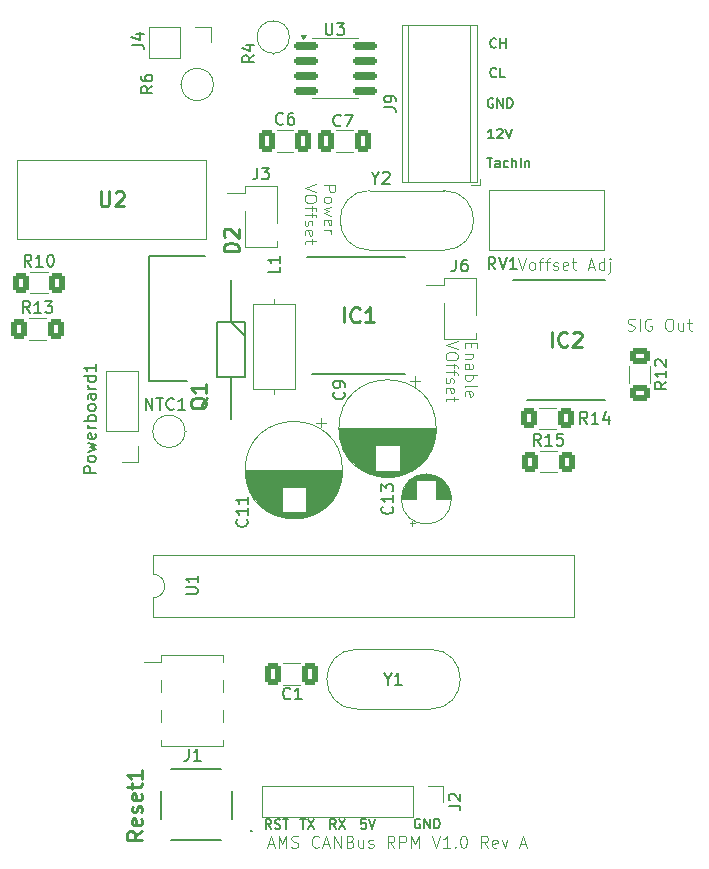
<source format=gbr>
%TF.GenerationSoftware,KiCad,Pcbnew,8.0.1-rc1*%
%TF.CreationDate,2024-06-23T11:02:47-07:00*%
%TF.ProjectId,AMS - CANBus Sensor - RPM,414d5320-2d20-4434-914e-427573205365,rev?*%
%TF.SameCoordinates,Original*%
%TF.FileFunction,Legend,Top*%
%TF.FilePolarity,Positive*%
%FSLAX46Y46*%
G04 Gerber Fmt 4.6, Leading zero omitted, Abs format (unit mm)*
G04 Created by KiCad (PCBNEW 8.0.1-rc1) date 2024-06-23 11:02:47*
%MOMM*%
%LPD*%
G01*
G04 APERTURE LIST*
G04 Aperture macros list*
%AMRoundRect*
0 Rectangle with rounded corners*
0 $1 Rounding radius*
0 $2 $3 $4 $5 $6 $7 $8 $9 X,Y pos of 4 corners*
0 Add a 4 corners polygon primitive as box body*
4,1,4,$2,$3,$4,$5,$6,$7,$8,$9,$2,$3,0*
0 Add four circle primitives for the rounded corners*
1,1,$1+$1,$2,$3*
1,1,$1+$1,$4,$5*
1,1,$1+$1,$6,$7*
1,1,$1+$1,$8,$9*
0 Add four rect primitives between the rounded corners*
20,1,$1+$1,$2,$3,$4,$5,0*
20,1,$1+$1,$4,$5,$6,$7,0*
20,1,$1+$1,$6,$7,$8,$9,0*
20,1,$1+$1,$8,$9,$2,$3,0*%
G04 Aperture macros list end*
%ADD10C,0.100000*%
%ADD11C,0.150000*%
%ADD12C,0.254000*%
%ADD13C,0.120000*%
%ADD14C,0.200000*%
%ADD15R,2.200000X2.200000*%
%ADD16C,2.200000*%
%ADD17R,2.510000X1.000000*%
%ADD18C,1.600000*%
%ADD19R,1.600000X1.600000*%
%ADD20R,1.200000X1.200000*%
%ADD21C,1.200000*%
%ADD22RoundRect,0.250000X-0.400000X-0.625000X0.400000X-0.625000X0.400000X0.625000X-0.400000X0.625000X0*%
%ADD23O,1.600000X1.600000*%
%ADD24R,3.150000X1.000000*%
%ADD25RoundRect,0.250000X0.412500X0.650000X-0.412500X0.650000X-0.412500X-0.650000X0.412500X-0.650000X0*%
%ADD26R,1.160000X1.160000*%
%ADD27C,1.160000*%
%ADD28R,1.700000X1.700000*%
%ADD29O,1.700000X1.700000*%
%ADD30C,2.400000*%
%ADD31R,1.920000X1.920000*%
%ADD32C,1.920000*%
%ADD33C,1.440000*%
%ADD34R,1.130000X1.130000*%
%ADD35C,1.130000*%
%ADD36RoundRect,0.250000X-0.625000X0.400000X-0.625000X-0.400000X0.625000X-0.400000X0.625000X0.400000X0*%
%ADD37C,1.500000*%
%ADD38R,1.500000X1.500000*%
%ADD39R,1.575000X1.575000*%
%ADD40C,1.575000*%
%ADD41RoundRect,0.150000X-0.825000X-0.150000X0.825000X-0.150000X0.825000X0.150000X-0.825000X0.150000X0*%
%ADD42RoundRect,0.250000X-0.412500X-0.650000X0.412500X-0.650000X0.412500X0.650000X-0.412500X0.650000X0*%
G04 APERTURE END LIST*
D10*
X171185095Y-93723587D02*
X171327952Y-93771206D01*
X171327952Y-93771206D02*
X171566047Y-93771206D01*
X171566047Y-93771206D02*
X171661285Y-93723587D01*
X171661285Y-93723587D02*
X171708904Y-93675967D01*
X171708904Y-93675967D02*
X171756523Y-93580729D01*
X171756523Y-93580729D02*
X171756523Y-93485491D01*
X171756523Y-93485491D02*
X171708904Y-93390253D01*
X171708904Y-93390253D02*
X171661285Y-93342634D01*
X171661285Y-93342634D02*
X171566047Y-93295015D01*
X171566047Y-93295015D02*
X171375571Y-93247396D01*
X171375571Y-93247396D02*
X171280333Y-93199777D01*
X171280333Y-93199777D02*
X171232714Y-93152158D01*
X171232714Y-93152158D02*
X171185095Y-93056920D01*
X171185095Y-93056920D02*
X171185095Y-92961682D01*
X171185095Y-92961682D02*
X171232714Y-92866444D01*
X171232714Y-92866444D02*
X171280333Y-92818825D01*
X171280333Y-92818825D02*
X171375571Y-92771206D01*
X171375571Y-92771206D02*
X171613666Y-92771206D01*
X171613666Y-92771206D02*
X171756523Y-92818825D01*
X172185095Y-93771206D02*
X172185095Y-92771206D01*
X173185094Y-92818825D02*
X173089856Y-92771206D01*
X173089856Y-92771206D02*
X172946999Y-92771206D01*
X172946999Y-92771206D02*
X172804142Y-92818825D01*
X172804142Y-92818825D02*
X172708904Y-92914063D01*
X172708904Y-92914063D02*
X172661285Y-93009301D01*
X172661285Y-93009301D02*
X172613666Y-93199777D01*
X172613666Y-93199777D02*
X172613666Y-93342634D01*
X172613666Y-93342634D02*
X172661285Y-93533110D01*
X172661285Y-93533110D02*
X172708904Y-93628348D01*
X172708904Y-93628348D02*
X172804142Y-93723587D01*
X172804142Y-93723587D02*
X172946999Y-93771206D01*
X172946999Y-93771206D02*
X173042237Y-93771206D01*
X173042237Y-93771206D02*
X173185094Y-93723587D01*
X173185094Y-93723587D02*
X173232713Y-93675967D01*
X173232713Y-93675967D02*
X173232713Y-93342634D01*
X173232713Y-93342634D02*
X173042237Y-93342634D01*
X174613666Y-92771206D02*
X174804142Y-92771206D01*
X174804142Y-92771206D02*
X174899380Y-92818825D01*
X174899380Y-92818825D02*
X174994618Y-92914063D01*
X174994618Y-92914063D02*
X175042237Y-93104539D01*
X175042237Y-93104539D02*
X175042237Y-93437872D01*
X175042237Y-93437872D02*
X174994618Y-93628348D01*
X174994618Y-93628348D02*
X174899380Y-93723587D01*
X174899380Y-93723587D02*
X174804142Y-93771206D01*
X174804142Y-93771206D02*
X174613666Y-93771206D01*
X174613666Y-93771206D02*
X174518428Y-93723587D01*
X174518428Y-93723587D02*
X174423190Y-93628348D01*
X174423190Y-93628348D02*
X174375571Y-93437872D01*
X174375571Y-93437872D02*
X174375571Y-93104539D01*
X174375571Y-93104539D02*
X174423190Y-92914063D01*
X174423190Y-92914063D02*
X174518428Y-92818825D01*
X174518428Y-92818825D02*
X174613666Y-92771206D01*
X175899380Y-93104539D02*
X175899380Y-93771206D01*
X175470809Y-93104539D02*
X175470809Y-93628348D01*
X175470809Y-93628348D02*
X175518428Y-93723587D01*
X175518428Y-93723587D02*
X175613666Y-93771206D01*
X175613666Y-93771206D02*
X175756523Y-93771206D01*
X175756523Y-93771206D02*
X175851761Y-93723587D01*
X175851761Y-93723587D02*
X175899380Y-93675967D01*
X176232714Y-93104539D02*
X176613666Y-93104539D01*
X176375571Y-92771206D02*
X176375571Y-93628348D01*
X176375571Y-93628348D02*
X176423190Y-93723587D01*
X176423190Y-93723587D02*
X176518428Y-93771206D01*
X176518428Y-93771206D02*
X176613666Y-93771206D01*
X157899240Y-94808049D02*
X157899240Y-95141382D01*
X157375430Y-95284239D02*
X157375430Y-94808049D01*
X157375430Y-94808049D02*
X158375430Y-94808049D01*
X158375430Y-94808049D02*
X158375430Y-95284239D01*
X158042097Y-95712811D02*
X157375430Y-95712811D01*
X157946859Y-95712811D02*
X157994478Y-95760430D01*
X157994478Y-95760430D02*
X158042097Y-95855668D01*
X158042097Y-95855668D02*
X158042097Y-95998525D01*
X158042097Y-95998525D02*
X157994478Y-96093763D01*
X157994478Y-96093763D02*
X157899240Y-96141382D01*
X157899240Y-96141382D02*
X157375430Y-96141382D01*
X157375430Y-97046144D02*
X157899240Y-97046144D01*
X157899240Y-97046144D02*
X157994478Y-96998525D01*
X157994478Y-96998525D02*
X158042097Y-96903287D01*
X158042097Y-96903287D02*
X158042097Y-96712811D01*
X158042097Y-96712811D02*
X157994478Y-96617573D01*
X157423050Y-97046144D02*
X157375430Y-96950906D01*
X157375430Y-96950906D02*
X157375430Y-96712811D01*
X157375430Y-96712811D02*
X157423050Y-96617573D01*
X157423050Y-96617573D02*
X157518288Y-96569954D01*
X157518288Y-96569954D02*
X157613526Y-96569954D01*
X157613526Y-96569954D02*
X157708764Y-96617573D01*
X157708764Y-96617573D02*
X157756383Y-96712811D01*
X157756383Y-96712811D02*
X157756383Y-96950906D01*
X157756383Y-96950906D02*
X157804002Y-97046144D01*
X157375430Y-97522335D02*
X158375430Y-97522335D01*
X157994478Y-97522335D02*
X158042097Y-97617573D01*
X158042097Y-97617573D02*
X158042097Y-97808049D01*
X158042097Y-97808049D02*
X157994478Y-97903287D01*
X157994478Y-97903287D02*
X157946859Y-97950906D01*
X157946859Y-97950906D02*
X157851621Y-97998525D01*
X157851621Y-97998525D02*
X157565907Y-97998525D01*
X157565907Y-97998525D02*
X157470669Y-97950906D01*
X157470669Y-97950906D02*
X157423050Y-97903287D01*
X157423050Y-97903287D02*
X157375430Y-97808049D01*
X157375430Y-97808049D02*
X157375430Y-97617573D01*
X157375430Y-97617573D02*
X157423050Y-97522335D01*
X157375430Y-98569954D02*
X157423050Y-98474716D01*
X157423050Y-98474716D02*
X157518288Y-98427097D01*
X157518288Y-98427097D02*
X158375430Y-98427097D01*
X157423050Y-99331859D02*
X157375430Y-99236621D01*
X157375430Y-99236621D02*
X157375430Y-99046145D01*
X157375430Y-99046145D02*
X157423050Y-98950907D01*
X157423050Y-98950907D02*
X157518288Y-98903288D01*
X157518288Y-98903288D02*
X157899240Y-98903288D01*
X157899240Y-98903288D02*
X157994478Y-98950907D01*
X157994478Y-98950907D02*
X158042097Y-99046145D01*
X158042097Y-99046145D02*
X158042097Y-99236621D01*
X158042097Y-99236621D02*
X157994478Y-99331859D01*
X157994478Y-99331859D02*
X157899240Y-99379478D01*
X157899240Y-99379478D02*
X157804002Y-99379478D01*
X157804002Y-99379478D02*
X157708764Y-98903288D01*
X156765486Y-94665192D02*
X155765486Y-94998525D01*
X155765486Y-94998525D02*
X156765486Y-95331858D01*
X156765486Y-95855668D02*
X156765486Y-96046144D01*
X156765486Y-96046144D02*
X156717867Y-96141382D01*
X156717867Y-96141382D02*
X156622629Y-96236620D01*
X156622629Y-96236620D02*
X156432153Y-96284239D01*
X156432153Y-96284239D02*
X156098820Y-96284239D01*
X156098820Y-96284239D02*
X155908344Y-96236620D01*
X155908344Y-96236620D02*
X155813106Y-96141382D01*
X155813106Y-96141382D02*
X155765486Y-96046144D01*
X155765486Y-96046144D02*
X155765486Y-95855668D01*
X155765486Y-95855668D02*
X155813106Y-95760430D01*
X155813106Y-95760430D02*
X155908344Y-95665192D01*
X155908344Y-95665192D02*
X156098820Y-95617573D01*
X156098820Y-95617573D02*
X156432153Y-95617573D01*
X156432153Y-95617573D02*
X156622629Y-95665192D01*
X156622629Y-95665192D02*
X156717867Y-95760430D01*
X156717867Y-95760430D02*
X156765486Y-95855668D01*
X156432153Y-96569954D02*
X156432153Y-96950906D01*
X155765486Y-96712811D02*
X156622629Y-96712811D01*
X156622629Y-96712811D02*
X156717867Y-96760430D01*
X156717867Y-96760430D02*
X156765486Y-96855668D01*
X156765486Y-96855668D02*
X156765486Y-96950906D01*
X156432153Y-97141383D02*
X156432153Y-97522335D01*
X155765486Y-97284240D02*
X156622629Y-97284240D01*
X156622629Y-97284240D02*
X156717867Y-97331859D01*
X156717867Y-97331859D02*
X156765486Y-97427097D01*
X156765486Y-97427097D02*
X156765486Y-97522335D01*
X155813106Y-97808050D02*
X155765486Y-97903288D01*
X155765486Y-97903288D02*
X155765486Y-98093764D01*
X155765486Y-98093764D02*
X155813106Y-98189002D01*
X155813106Y-98189002D02*
X155908344Y-98236621D01*
X155908344Y-98236621D02*
X155955963Y-98236621D01*
X155955963Y-98236621D02*
X156051201Y-98189002D01*
X156051201Y-98189002D02*
X156098820Y-98093764D01*
X156098820Y-98093764D02*
X156098820Y-97950907D01*
X156098820Y-97950907D02*
X156146439Y-97855669D01*
X156146439Y-97855669D02*
X156241677Y-97808050D01*
X156241677Y-97808050D02*
X156289296Y-97808050D01*
X156289296Y-97808050D02*
X156384534Y-97855669D01*
X156384534Y-97855669D02*
X156432153Y-97950907D01*
X156432153Y-97950907D02*
X156432153Y-98093764D01*
X156432153Y-98093764D02*
X156384534Y-98189002D01*
X155813106Y-99046145D02*
X155765486Y-98950907D01*
X155765486Y-98950907D02*
X155765486Y-98760431D01*
X155765486Y-98760431D02*
X155813106Y-98665193D01*
X155813106Y-98665193D02*
X155908344Y-98617574D01*
X155908344Y-98617574D02*
X156289296Y-98617574D01*
X156289296Y-98617574D02*
X156384534Y-98665193D01*
X156384534Y-98665193D02*
X156432153Y-98760431D01*
X156432153Y-98760431D02*
X156432153Y-98950907D01*
X156432153Y-98950907D02*
X156384534Y-99046145D01*
X156384534Y-99046145D02*
X156289296Y-99093764D01*
X156289296Y-99093764D02*
X156194058Y-99093764D01*
X156194058Y-99093764D02*
X156098820Y-98617574D01*
X156432153Y-99379479D02*
X156432153Y-99760431D01*
X156765486Y-99522336D02*
X155908344Y-99522336D01*
X155908344Y-99522336D02*
X155813106Y-99569955D01*
X155813106Y-99569955D02*
X155765486Y-99665193D01*
X155765486Y-99665193D02*
X155765486Y-99760431D01*
D11*
X159257880Y-79139719D02*
X159715023Y-79139719D01*
X159486451Y-79939719D02*
X159486451Y-79139719D01*
X160324547Y-79939719D02*
X160324547Y-79520671D01*
X160324547Y-79520671D02*
X160286452Y-79444481D01*
X160286452Y-79444481D02*
X160210261Y-79406385D01*
X160210261Y-79406385D02*
X160057880Y-79406385D01*
X160057880Y-79406385D02*
X159981690Y-79444481D01*
X160324547Y-79901624D02*
X160248356Y-79939719D01*
X160248356Y-79939719D02*
X160057880Y-79939719D01*
X160057880Y-79939719D02*
X159981690Y-79901624D01*
X159981690Y-79901624D02*
X159943594Y-79825433D01*
X159943594Y-79825433D02*
X159943594Y-79749243D01*
X159943594Y-79749243D02*
X159981690Y-79673052D01*
X159981690Y-79673052D02*
X160057880Y-79634957D01*
X160057880Y-79634957D02*
X160248356Y-79634957D01*
X160248356Y-79634957D02*
X160324547Y-79596862D01*
X161048357Y-79901624D02*
X160972166Y-79939719D01*
X160972166Y-79939719D02*
X160819785Y-79939719D01*
X160819785Y-79939719D02*
X160743595Y-79901624D01*
X160743595Y-79901624D02*
X160705500Y-79863528D01*
X160705500Y-79863528D02*
X160667404Y-79787338D01*
X160667404Y-79787338D02*
X160667404Y-79558766D01*
X160667404Y-79558766D02*
X160705500Y-79482576D01*
X160705500Y-79482576D02*
X160743595Y-79444481D01*
X160743595Y-79444481D02*
X160819785Y-79406385D01*
X160819785Y-79406385D02*
X160972166Y-79406385D01*
X160972166Y-79406385D02*
X161048357Y-79444481D01*
X161391214Y-79939719D02*
X161391214Y-79139719D01*
X161734071Y-79939719D02*
X161734071Y-79520671D01*
X161734071Y-79520671D02*
X161695976Y-79444481D01*
X161695976Y-79444481D02*
X161619785Y-79406385D01*
X161619785Y-79406385D02*
X161505499Y-79406385D01*
X161505499Y-79406385D02*
X161429309Y-79444481D01*
X161429309Y-79444481D02*
X161391214Y-79482576D01*
X162115024Y-79939719D02*
X162115024Y-79139719D01*
X162495976Y-79406385D02*
X162495976Y-79939719D01*
X162495976Y-79482576D02*
X162534071Y-79444481D01*
X162534071Y-79444481D02*
X162610261Y-79406385D01*
X162610261Y-79406385D02*
X162724547Y-79406385D01*
X162724547Y-79406385D02*
X162800738Y-79444481D01*
X162800738Y-79444481D02*
X162838833Y-79520671D01*
X162838833Y-79520671D02*
X162838833Y-79939719D01*
D10*
X145426309Y-81471502D02*
X146426309Y-81471502D01*
X146426309Y-81471502D02*
X146426309Y-81852454D01*
X146426309Y-81852454D02*
X146378690Y-81947692D01*
X146378690Y-81947692D02*
X146331071Y-81995311D01*
X146331071Y-81995311D02*
X146235833Y-82042930D01*
X146235833Y-82042930D02*
X146092976Y-82042930D01*
X146092976Y-82042930D02*
X145997738Y-81995311D01*
X145997738Y-81995311D02*
X145950119Y-81947692D01*
X145950119Y-81947692D02*
X145902500Y-81852454D01*
X145902500Y-81852454D02*
X145902500Y-81471502D01*
X145426309Y-82614359D02*
X145473929Y-82519121D01*
X145473929Y-82519121D02*
X145521548Y-82471502D01*
X145521548Y-82471502D02*
X145616786Y-82423883D01*
X145616786Y-82423883D02*
X145902500Y-82423883D01*
X145902500Y-82423883D02*
X145997738Y-82471502D01*
X145997738Y-82471502D02*
X146045357Y-82519121D01*
X146045357Y-82519121D02*
X146092976Y-82614359D01*
X146092976Y-82614359D02*
X146092976Y-82757216D01*
X146092976Y-82757216D02*
X146045357Y-82852454D01*
X146045357Y-82852454D02*
X145997738Y-82900073D01*
X145997738Y-82900073D02*
X145902500Y-82947692D01*
X145902500Y-82947692D02*
X145616786Y-82947692D01*
X145616786Y-82947692D02*
X145521548Y-82900073D01*
X145521548Y-82900073D02*
X145473929Y-82852454D01*
X145473929Y-82852454D02*
X145426309Y-82757216D01*
X145426309Y-82757216D02*
X145426309Y-82614359D01*
X146092976Y-83281026D02*
X145426309Y-83471502D01*
X145426309Y-83471502D02*
X145902500Y-83661978D01*
X145902500Y-83661978D02*
X145426309Y-83852454D01*
X145426309Y-83852454D02*
X146092976Y-84042930D01*
X145473929Y-84804835D02*
X145426309Y-84709597D01*
X145426309Y-84709597D02*
X145426309Y-84519121D01*
X145426309Y-84519121D02*
X145473929Y-84423883D01*
X145473929Y-84423883D02*
X145569167Y-84376264D01*
X145569167Y-84376264D02*
X145950119Y-84376264D01*
X145950119Y-84376264D02*
X146045357Y-84423883D01*
X146045357Y-84423883D02*
X146092976Y-84519121D01*
X146092976Y-84519121D02*
X146092976Y-84709597D01*
X146092976Y-84709597D02*
X146045357Y-84804835D01*
X146045357Y-84804835D02*
X145950119Y-84852454D01*
X145950119Y-84852454D02*
X145854881Y-84852454D01*
X145854881Y-84852454D02*
X145759643Y-84376264D01*
X145426309Y-85281026D02*
X146092976Y-85281026D01*
X145902500Y-85281026D02*
X145997738Y-85328645D01*
X145997738Y-85328645D02*
X146045357Y-85376264D01*
X146045357Y-85376264D02*
X146092976Y-85471502D01*
X146092976Y-85471502D02*
X146092976Y-85566740D01*
X144816365Y-81328645D02*
X143816365Y-81661978D01*
X143816365Y-81661978D02*
X144816365Y-81995311D01*
X144816365Y-82519121D02*
X144816365Y-82709597D01*
X144816365Y-82709597D02*
X144768746Y-82804835D01*
X144768746Y-82804835D02*
X144673508Y-82900073D01*
X144673508Y-82900073D02*
X144483032Y-82947692D01*
X144483032Y-82947692D02*
X144149699Y-82947692D01*
X144149699Y-82947692D02*
X143959223Y-82900073D01*
X143959223Y-82900073D02*
X143863985Y-82804835D01*
X143863985Y-82804835D02*
X143816365Y-82709597D01*
X143816365Y-82709597D02*
X143816365Y-82519121D01*
X143816365Y-82519121D02*
X143863985Y-82423883D01*
X143863985Y-82423883D02*
X143959223Y-82328645D01*
X143959223Y-82328645D02*
X144149699Y-82281026D01*
X144149699Y-82281026D02*
X144483032Y-82281026D01*
X144483032Y-82281026D02*
X144673508Y-82328645D01*
X144673508Y-82328645D02*
X144768746Y-82423883D01*
X144768746Y-82423883D02*
X144816365Y-82519121D01*
X144483032Y-83233407D02*
X144483032Y-83614359D01*
X143816365Y-83376264D02*
X144673508Y-83376264D01*
X144673508Y-83376264D02*
X144768746Y-83423883D01*
X144768746Y-83423883D02*
X144816365Y-83519121D01*
X144816365Y-83519121D02*
X144816365Y-83614359D01*
X144483032Y-83804836D02*
X144483032Y-84185788D01*
X143816365Y-83947693D02*
X144673508Y-83947693D01*
X144673508Y-83947693D02*
X144768746Y-83995312D01*
X144768746Y-83995312D02*
X144816365Y-84090550D01*
X144816365Y-84090550D02*
X144816365Y-84185788D01*
X143863985Y-84471503D02*
X143816365Y-84566741D01*
X143816365Y-84566741D02*
X143816365Y-84757217D01*
X143816365Y-84757217D02*
X143863985Y-84852455D01*
X143863985Y-84852455D02*
X143959223Y-84900074D01*
X143959223Y-84900074D02*
X144006842Y-84900074D01*
X144006842Y-84900074D02*
X144102080Y-84852455D01*
X144102080Y-84852455D02*
X144149699Y-84757217D01*
X144149699Y-84757217D02*
X144149699Y-84614360D01*
X144149699Y-84614360D02*
X144197318Y-84519122D01*
X144197318Y-84519122D02*
X144292556Y-84471503D01*
X144292556Y-84471503D02*
X144340175Y-84471503D01*
X144340175Y-84471503D02*
X144435413Y-84519122D01*
X144435413Y-84519122D02*
X144483032Y-84614360D01*
X144483032Y-84614360D02*
X144483032Y-84757217D01*
X144483032Y-84757217D02*
X144435413Y-84852455D01*
X143863985Y-85709598D02*
X143816365Y-85614360D01*
X143816365Y-85614360D02*
X143816365Y-85423884D01*
X143816365Y-85423884D02*
X143863985Y-85328646D01*
X143863985Y-85328646D02*
X143959223Y-85281027D01*
X143959223Y-85281027D02*
X144340175Y-85281027D01*
X144340175Y-85281027D02*
X144435413Y-85328646D01*
X144435413Y-85328646D02*
X144483032Y-85423884D01*
X144483032Y-85423884D02*
X144483032Y-85614360D01*
X144483032Y-85614360D02*
X144435413Y-85709598D01*
X144435413Y-85709598D02*
X144340175Y-85757217D01*
X144340175Y-85757217D02*
X144244937Y-85757217D01*
X144244937Y-85757217D02*
X144149699Y-85281027D01*
X144483032Y-86042932D02*
X144483032Y-86423884D01*
X144816365Y-86185789D02*
X143959223Y-86185789D01*
X143959223Y-86185789D02*
X143863985Y-86233408D01*
X143863985Y-86233408D02*
X143816365Y-86328646D01*
X143816365Y-86328646D02*
X143816365Y-86423884D01*
X161872079Y-87639303D02*
X162205412Y-88639303D01*
X162205412Y-88639303D02*
X162538745Y-87639303D01*
X163014936Y-88639303D02*
X162919698Y-88591684D01*
X162919698Y-88591684D02*
X162872079Y-88544064D01*
X162872079Y-88544064D02*
X162824460Y-88448826D01*
X162824460Y-88448826D02*
X162824460Y-88163112D01*
X162824460Y-88163112D02*
X162872079Y-88067874D01*
X162872079Y-88067874D02*
X162919698Y-88020255D01*
X162919698Y-88020255D02*
X163014936Y-87972636D01*
X163014936Y-87972636D02*
X163157793Y-87972636D01*
X163157793Y-87972636D02*
X163253031Y-88020255D01*
X163253031Y-88020255D02*
X163300650Y-88067874D01*
X163300650Y-88067874D02*
X163348269Y-88163112D01*
X163348269Y-88163112D02*
X163348269Y-88448826D01*
X163348269Y-88448826D02*
X163300650Y-88544064D01*
X163300650Y-88544064D02*
X163253031Y-88591684D01*
X163253031Y-88591684D02*
X163157793Y-88639303D01*
X163157793Y-88639303D02*
X163014936Y-88639303D01*
X163633984Y-87972636D02*
X164014936Y-87972636D01*
X163776841Y-88639303D02*
X163776841Y-87782160D01*
X163776841Y-87782160D02*
X163824460Y-87686922D01*
X163824460Y-87686922D02*
X163919698Y-87639303D01*
X163919698Y-87639303D02*
X164014936Y-87639303D01*
X164205413Y-87972636D02*
X164586365Y-87972636D01*
X164348270Y-88639303D02*
X164348270Y-87782160D01*
X164348270Y-87782160D02*
X164395889Y-87686922D01*
X164395889Y-87686922D02*
X164491127Y-87639303D01*
X164491127Y-87639303D02*
X164586365Y-87639303D01*
X164872080Y-88591684D02*
X164967318Y-88639303D01*
X164967318Y-88639303D02*
X165157794Y-88639303D01*
X165157794Y-88639303D02*
X165253032Y-88591684D01*
X165253032Y-88591684D02*
X165300651Y-88496445D01*
X165300651Y-88496445D02*
X165300651Y-88448826D01*
X165300651Y-88448826D02*
X165253032Y-88353588D01*
X165253032Y-88353588D02*
X165157794Y-88305969D01*
X165157794Y-88305969D02*
X165014937Y-88305969D01*
X165014937Y-88305969D02*
X164919699Y-88258350D01*
X164919699Y-88258350D02*
X164872080Y-88163112D01*
X164872080Y-88163112D02*
X164872080Y-88115493D01*
X164872080Y-88115493D02*
X164919699Y-88020255D01*
X164919699Y-88020255D02*
X165014937Y-87972636D01*
X165014937Y-87972636D02*
X165157794Y-87972636D01*
X165157794Y-87972636D02*
X165253032Y-88020255D01*
X166110175Y-88591684D02*
X166014937Y-88639303D01*
X166014937Y-88639303D02*
X165824461Y-88639303D01*
X165824461Y-88639303D02*
X165729223Y-88591684D01*
X165729223Y-88591684D02*
X165681604Y-88496445D01*
X165681604Y-88496445D02*
X165681604Y-88115493D01*
X165681604Y-88115493D02*
X165729223Y-88020255D01*
X165729223Y-88020255D02*
X165824461Y-87972636D01*
X165824461Y-87972636D02*
X166014937Y-87972636D01*
X166014937Y-87972636D02*
X166110175Y-88020255D01*
X166110175Y-88020255D02*
X166157794Y-88115493D01*
X166157794Y-88115493D02*
X166157794Y-88210731D01*
X166157794Y-88210731D02*
X165681604Y-88305969D01*
X166443509Y-87972636D02*
X166824461Y-87972636D01*
X166586366Y-87639303D02*
X166586366Y-88496445D01*
X166586366Y-88496445D02*
X166633985Y-88591684D01*
X166633985Y-88591684D02*
X166729223Y-88639303D01*
X166729223Y-88639303D02*
X166824461Y-88639303D01*
X167872081Y-88353588D02*
X168348271Y-88353588D01*
X167776843Y-88639303D02*
X168110176Y-87639303D01*
X168110176Y-87639303D02*
X168443509Y-88639303D01*
X169205414Y-88639303D02*
X169205414Y-87639303D01*
X169205414Y-88591684D02*
X169110176Y-88639303D01*
X169110176Y-88639303D02*
X168919700Y-88639303D01*
X168919700Y-88639303D02*
X168824462Y-88591684D01*
X168824462Y-88591684D02*
X168776843Y-88544064D01*
X168776843Y-88544064D02*
X168729224Y-88448826D01*
X168729224Y-88448826D02*
X168729224Y-88163112D01*
X168729224Y-88163112D02*
X168776843Y-88067874D01*
X168776843Y-88067874D02*
X168824462Y-88020255D01*
X168824462Y-88020255D02*
X168919700Y-87972636D01*
X168919700Y-87972636D02*
X169110176Y-87972636D01*
X169110176Y-87972636D02*
X169205414Y-88020255D01*
X169681605Y-87972636D02*
X169681605Y-88829779D01*
X169681605Y-88829779D02*
X169633986Y-88925017D01*
X169633986Y-88925017D02*
X169538748Y-88972636D01*
X169538748Y-88972636D02*
X169491129Y-88972636D01*
X169681605Y-87639303D02*
X169633986Y-87686922D01*
X169633986Y-87686922D02*
X169681605Y-87734541D01*
X169681605Y-87734541D02*
X169729224Y-87686922D01*
X169729224Y-87686922D02*
X169681605Y-87639303D01*
X169681605Y-87639303D02*
X169681605Y-87734541D01*
D11*
X160046915Y-69755306D02*
X160008819Y-69793402D01*
X160008819Y-69793402D02*
X159894534Y-69831497D01*
X159894534Y-69831497D02*
X159818343Y-69831497D01*
X159818343Y-69831497D02*
X159704057Y-69793402D01*
X159704057Y-69793402D02*
X159627867Y-69717211D01*
X159627867Y-69717211D02*
X159589772Y-69641021D01*
X159589772Y-69641021D02*
X159551676Y-69488640D01*
X159551676Y-69488640D02*
X159551676Y-69374354D01*
X159551676Y-69374354D02*
X159589772Y-69221973D01*
X159589772Y-69221973D02*
X159627867Y-69145782D01*
X159627867Y-69145782D02*
X159704057Y-69069592D01*
X159704057Y-69069592D02*
X159818343Y-69031497D01*
X159818343Y-69031497D02*
X159894534Y-69031497D01*
X159894534Y-69031497D02*
X160008819Y-69069592D01*
X160008819Y-69069592D02*
X160046915Y-69107687D01*
X160389772Y-69831497D02*
X160389772Y-69031497D01*
X160389772Y-69412449D02*
X160846915Y-69412449D01*
X160846915Y-69831497D02*
X160846915Y-69031497D01*
X160046915Y-72250943D02*
X160008819Y-72289039D01*
X160008819Y-72289039D02*
X159894534Y-72327134D01*
X159894534Y-72327134D02*
X159818343Y-72327134D01*
X159818343Y-72327134D02*
X159704057Y-72289039D01*
X159704057Y-72289039D02*
X159627867Y-72212848D01*
X159627867Y-72212848D02*
X159589772Y-72136658D01*
X159589772Y-72136658D02*
X159551676Y-71984277D01*
X159551676Y-71984277D02*
X159551676Y-71869991D01*
X159551676Y-71869991D02*
X159589772Y-71717610D01*
X159589772Y-71717610D02*
X159627867Y-71641419D01*
X159627867Y-71641419D02*
X159704057Y-71565229D01*
X159704057Y-71565229D02*
X159818343Y-71527134D01*
X159818343Y-71527134D02*
X159894534Y-71527134D01*
X159894534Y-71527134D02*
X160008819Y-71565229D01*
X160008819Y-71565229D02*
X160046915Y-71603324D01*
X160770724Y-72327134D02*
X160389772Y-72327134D01*
X160389772Y-72327134D02*
X160389772Y-71527134D01*
X153589431Y-135156725D02*
X153513241Y-135118630D01*
X153513241Y-135118630D02*
X153398955Y-135118630D01*
X153398955Y-135118630D02*
X153284669Y-135156725D01*
X153284669Y-135156725D02*
X153208479Y-135232915D01*
X153208479Y-135232915D02*
X153170384Y-135309106D01*
X153170384Y-135309106D02*
X153132288Y-135461487D01*
X153132288Y-135461487D02*
X153132288Y-135575773D01*
X153132288Y-135575773D02*
X153170384Y-135728154D01*
X153170384Y-135728154D02*
X153208479Y-135804344D01*
X153208479Y-135804344D02*
X153284669Y-135880535D01*
X153284669Y-135880535D02*
X153398955Y-135918630D01*
X153398955Y-135918630D02*
X153475146Y-135918630D01*
X153475146Y-135918630D02*
X153589431Y-135880535D01*
X153589431Y-135880535D02*
X153627527Y-135842439D01*
X153627527Y-135842439D02*
X153627527Y-135575773D01*
X153627527Y-135575773D02*
X153475146Y-135575773D01*
X153970384Y-135918630D02*
X153970384Y-135118630D01*
X153970384Y-135118630D02*
X154427527Y-135918630D01*
X154427527Y-135918630D02*
X154427527Y-135118630D01*
X154808479Y-135918630D02*
X154808479Y-135118630D01*
X154808479Y-135118630D02*
X154998955Y-135118630D01*
X154998955Y-135118630D02*
X155113241Y-135156725D01*
X155113241Y-135156725D02*
X155189431Y-135232915D01*
X155189431Y-135232915D02*
X155227526Y-135309106D01*
X155227526Y-135309106D02*
X155265622Y-135461487D01*
X155265622Y-135461487D02*
X155265622Y-135575773D01*
X155265622Y-135575773D02*
X155227526Y-135728154D01*
X155227526Y-135728154D02*
X155189431Y-135804344D01*
X155189431Y-135804344D02*
X155113241Y-135880535D01*
X155113241Y-135880535D02*
X154998955Y-135918630D01*
X154998955Y-135918630D02*
X154808479Y-135918630D01*
X141003703Y-135945380D02*
X140737036Y-135564427D01*
X140546560Y-135945380D02*
X140546560Y-135145380D01*
X140546560Y-135145380D02*
X140851322Y-135145380D01*
X140851322Y-135145380D02*
X140927512Y-135183475D01*
X140927512Y-135183475D02*
X140965607Y-135221570D01*
X140965607Y-135221570D02*
X141003703Y-135297761D01*
X141003703Y-135297761D02*
X141003703Y-135412046D01*
X141003703Y-135412046D02*
X140965607Y-135488237D01*
X140965607Y-135488237D02*
X140927512Y-135526332D01*
X140927512Y-135526332D02*
X140851322Y-135564427D01*
X140851322Y-135564427D02*
X140546560Y-135564427D01*
X141308464Y-135907285D02*
X141422750Y-135945380D01*
X141422750Y-135945380D02*
X141613226Y-135945380D01*
X141613226Y-135945380D02*
X141689417Y-135907285D01*
X141689417Y-135907285D02*
X141727512Y-135869189D01*
X141727512Y-135869189D02*
X141765607Y-135792999D01*
X141765607Y-135792999D02*
X141765607Y-135716808D01*
X141765607Y-135716808D02*
X141727512Y-135640618D01*
X141727512Y-135640618D02*
X141689417Y-135602523D01*
X141689417Y-135602523D02*
X141613226Y-135564427D01*
X141613226Y-135564427D02*
X141460845Y-135526332D01*
X141460845Y-135526332D02*
X141384655Y-135488237D01*
X141384655Y-135488237D02*
X141346560Y-135450142D01*
X141346560Y-135450142D02*
X141308464Y-135373951D01*
X141308464Y-135373951D02*
X141308464Y-135297761D01*
X141308464Y-135297761D02*
X141346560Y-135221570D01*
X141346560Y-135221570D02*
X141384655Y-135183475D01*
X141384655Y-135183475D02*
X141460845Y-135145380D01*
X141460845Y-135145380D02*
X141651322Y-135145380D01*
X141651322Y-135145380D02*
X141765607Y-135183475D01*
X141994179Y-135145380D02*
X142451322Y-135145380D01*
X142222750Y-135945380D02*
X142222750Y-135145380D01*
X149006870Y-135145380D02*
X148625918Y-135145380D01*
X148625918Y-135145380D02*
X148587822Y-135526332D01*
X148587822Y-135526332D02*
X148625918Y-135488237D01*
X148625918Y-135488237D02*
X148702108Y-135450142D01*
X148702108Y-135450142D02*
X148892584Y-135450142D01*
X148892584Y-135450142D02*
X148968775Y-135488237D01*
X148968775Y-135488237D02*
X149006870Y-135526332D01*
X149006870Y-135526332D02*
X149044965Y-135602523D01*
X149044965Y-135602523D02*
X149044965Y-135792999D01*
X149044965Y-135792999D02*
X149006870Y-135869189D01*
X149006870Y-135869189D02*
X148968775Y-135907285D01*
X148968775Y-135907285D02*
X148892584Y-135945380D01*
X148892584Y-135945380D02*
X148702108Y-135945380D01*
X148702108Y-135945380D02*
X148625918Y-135907285D01*
X148625918Y-135907285D02*
X148587822Y-135869189D01*
X149273537Y-135145380D02*
X149540204Y-135945380D01*
X149540204Y-135945380D02*
X149806870Y-135145380D01*
X159767297Y-74127543D02*
X159691107Y-74089448D01*
X159691107Y-74089448D02*
X159576821Y-74089448D01*
X159576821Y-74089448D02*
X159462535Y-74127543D01*
X159462535Y-74127543D02*
X159386345Y-74203733D01*
X159386345Y-74203733D02*
X159348250Y-74279924D01*
X159348250Y-74279924D02*
X159310154Y-74432305D01*
X159310154Y-74432305D02*
X159310154Y-74546591D01*
X159310154Y-74546591D02*
X159348250Y-74698972D01*
X159348250Y-74698972D02*
X159386345Y-74775162D01*
X159386345Y-74775162D02*
X159462535Y-74851353D01*
X159462535Y-74851353D02*
X159576821Y-74889448D01*
X159576821Y-74889448D02*
X159653012Y-74889448D01*
X159653012Y-74889448D02*
X159767297Y-74851353D01*
X159767297Y-74851353D02*
X159805393Y-74813257D01*
X159805393Y-74813257D02*
X159805393Y-74546591D01*
X159805393Y-74546591D02*
X159653012Y-74546591D01*
X160148250Y-74889448D02*
X160148250Y-74089448D01*
X160148250Y-74089448D02*
X160605393Y-74889448D01*
X160605393Y-74889448D02*
X160605393Y-74089448D01*
X160986345Y-74889448D02*
X160986345Y-74089448D01*
X160986345Y-74089448D02*
X161176821Y-74089448D01*
X161176821Y-74089448D02*
X161291107Y-74127543D01*
X161291107Y-74127543D02*
X161367297Y-74203733D01*
X161367297Y-74203733D02*
X161405392Y-74279924D01*
X161405392Y-74279924D02*
X161443488Y-74432305D01*
X161443488Y-74432305D02*
X161443488Y-74546591D01*
X161443488Y-74546591D02*
X161405392Y-74698972D01*
X161405392Y-74698972D02*
X161367297Y-74775162D01*
X161367297Y-74775162D02*
X161291107Y-74851353D01*
X161291107Y-74851353D02*
X161176821Y-74889448D01*
X161176821Y-74889448D02*
X160986345Y-74889448D01*
X146469151Y-135932874D02*
X146202484Y-135551921D01*
X146012008Y-135932874D02*
X146012008Y-135132874D01*
X146012008Y-135132874D02*
X146316770Y-135132874D01*
X146316770Y-135132874D02*
X146392960Y-135170969D01*
X146392960Y-135170969D02*
X146431055Y-135209064D01*
X146431055Y-135209064D02*
X146469151Y-135285255D01*
X146469151Y-135285255D02*
X146469151Y-135399540D01*
X146469151Y-135399540D02*
X146431055Y-135475731D01*
X146431055Y-135475731D02*
X146392960Y-135513826D01*
X146392960Y-135513826D02*
X146316770Y-135551921D01*
X146316770Y-135551921D02*
X146012008Y-135551921D01*
X146735817Y-135132874D02*
X147269151Y-135932874D01*
X147269151Y-135132874D02*
X146735817Y-135932874D01*
X143471414Y-135157887D02*
X143928557Y-135157887D01*
X143699985Y-135957887D02*
X143699985Y-135157887D01*
X144119033Y-135157887D02*
X144652367Y-135957887D01*
X144652367Y-135157887D02*
X144119033Y-135957887D01*
X159831016Y-77498139D02*
X159373873Y-77498139D01*
X159602445Y-77498139D02*
X159602445Y-76698139D01*
X159602445Y-76698139D02*
X159526254Y-76812424D01*
X159526254Y-76812424D02*
X159450064Y-76888615D01*
X159450064Y-76888615D02*
X159373873Y-76926710D01*
X160135778Y-76774329D02*
X160173874Y-76736234D01*
X160173874Y-76736234D02*
X160250064Y-76698139D01*
X160250064Y-76698139D02*
X160440540Y-76698139D01*
X160440540Y-76698139D02*
X160516731Y-76736234D01*
X160516731Y-76736234D02*
X160554826Y-76774329D01*
X160554826Y-76774329D02*
X160592921Y-76850520D01*
X160592921Y-76850520D02*
X160592921Y-76926710D01*
X160592921Y-76926710D02*
X160554826Y-77040996D01*
X160554826Y-77040996D02*
X160097683Y-77498139D01*
X160097683Y-77498139D02*
X160592921Y-77498139D01*
X160821493Y-76698139D02*
X161088160Y-77498139D01*
X161088160Y-77498139D02*
X161354826Y-76698139D01*
D10*
X140705551Y-137265571D02*
X141181741Y-137265571D01*
X140610313Y-137551286D02*
X140943646Y-136551286D01*
X140943646Y-136551286D02*
X141276979Y-137551286D01*
X141610313Y-137551286D02*
X141610313Y-136551286D01*
X141610313Y-136551286D02*
X141943646Y-137265571D01*
X141943646Y-137265571D02*
X142276979Y-136551286D01*
X142276979Y-136551286D02*
X142276979Y-137551286D01*
X142705551Y-137503667D02*
X142848408Y-137551286D01*
X142848408Y-137551286D02*
X143086503Y-137551286D01*
X143086503Y-137551286D02*
X143181741Y-137503667D01*
X143181741Y-137503667D02*
X143229360Y-137456047D01*
X143229360Y-137456047D02*
X143276979Y-137360809D01*
X143276979Y-137360809D02*
X143276979Y-137265571D01*
X143276979Y-137265571D02*
X143229360Y-137170333D01*
X143229360Y-137170333D02*
X143181741Y-137122714D01*
X143181741Y-137122714D02*
X143086503Y-137075095D01*
X143086503Y-137075095D02*
X142896027Y-137027476D01*
X142896027Y-137027476D02*
X142800789Y-136979857D01*
X142800789Y-136979857D02*
X142753170Y-136932238D01*
X142753170Y-136932238D02*
X142705551Y-136837000D01*
X142705551Y-136837000D02*
X142705551Y-136741762D01*
X142705551Y-136741762D02*
X142753170Y-136646524D01*
X142753170Y-136646524D02*
X142800789Y-136598905D01*
X142800789Y-136598905D02*
X142896027Y-136551286D01*
X142896027Y-136551286D02*
X143134122Y-136551286D01*
X143134122Y-136551286D02*
X143276979Y-136598905D01*
X145038884Y-137456047D02*
X144991265Y-137503667D01*
X144991265Y-137503667D02*
X144848408Y-137551286D01*
X144848408Y-137551286D02*
X144753170Y-137551286D01*
X144753170Y-137551286D02*
X144610313Y-137503667D01*
X144610313Y-137503667D02*
X144515075Y-137408428D01*
X144515075Y-137408428D02*
X144467456Y-137313190D01*
X144467456Y-137313190D02*
X144419837Y-137122714D01*
X144419837Y-137122714D02*
X144419837Y-136979857D01*
X144419837Y-136979857D02*
X144467456Y-136789381D01*
X144467456Y-136789381D02*
X144515075Y-136694143D01*
X144515075Y-136694143D02*
X144610313Y-136598905D01*
X144610313Y-136598905D02*
X144753170Y-136551286D01*
X144753170Y-136551286D02*
X144848408Y-136551286D01*
X144848408Y-136551286D02*
X144991265Y-136598905D01*
X144991265Y-136598905D02*
X145038884Y-136646524D01*
X145419837Y-137265571D02*
X145896027Y-137265571D01*
X145324599Y-137551286D02*
X145657932Y-136551286D01*
X145657932Y-136551286D02*
X145991265Y-137551286D01*
X146324599Y-137551286D02*
X146324599Y-136551286D01*
X146324599Y-136551286D02*
X146896027Y-137551286D01*
X146896027Y-137551286D02*
X146896027Y-136551286D01*
X147705551Y-137027476D02*
X147848408Y-137075095D01*
X147848408Y-137075095D02*
X147896027Y-137122714D01*
X147896027Y-137122714D02*
X147943646Y-137217952D01*
X147943646Y-137217952D02*
X147943646Y-137360809D01*
X147943646Y-137360809D02*
X147896027Y-137456047D01*
X147896027Y-137456047D02*
X147848408Y-137503667D01*
X147848408Y-137503667D02*
X147753170Y-137551286D01*
X147753170Y-137551286D02*
X147372218Y-137551286D01*
X147372218Y-137551286D02*
X147372218Y-136551286D01*
X147372218Y-136551286D02*
X147705551Y-136551286D01*
X147705551Y-136551286D02*
X147800789Y-136598905D01*
X147800789Y-136598905D02*
X147848408Y-136646524D01*
X147848408Y-136646524D02*
X147896027Y-136741762D01*
X147896027Y-136741762D02*
X147896027Y-136837000D01*
X147896027Y-136837000D02*
X147848408Y-136932238D01*
X147848408Y-136932238D02*
X147800789Y-136979857D01*
X147800789Y-136979857D02*
X147705551Y-137027476D01*
X147705551Y-137027476D02*
X147372218Y-137027476D01*
X148800789Y-136884619D02*
X148800789Y-137551286D01*
X148372218Y-136884619D02*
X148372218Y-137408428D01*
X148372218Y-137408428D02*
X148419837Y-137503667D01*
X148419837Y-137503667D02*
X148515075Y-137551286D01*
X148515075Y-137551286D02*
X148657932Y-137551286D01*
X148657932Y-137551286D02*
X148753170Y-137503667D01*
X148753170Y-137503667D02*
X148800789Y-137456047D01*
X149229361Y-137503667D02*
X149324599Y-137551286D01*
X149324599Y-137551286D02*
X149515075Y-137551286D01*
X149515075Y-137551286D02*
X149610313Y-137503667D01*
X149610313Y-137503667D02*
X149657932Y-137408428D01*
X149657932Y-137408428D02*
X149657932Y-137360809D01*
X149657932Y-137360809D02*
X149610313Y-137265571D01*
X149610313Y-137265571D02*
X149515075Y-137217952D01*
X149515075Y-137217952D02*
X149372218Y-137217952D01*
X149372218Y-137217952D02*
X149276980Y-137170333D01*
X149276980Y-137170333D02*
X149229361Y-137075095D01*
X149229361Y-137075095D02*
X149229361Y-137027476D01*
X149229361Y-137027476D02*
X149276980Y-136932238D01*
X149276980Y-136932238D02*
X149372218Y-136884619D01*
X149372218Y-136884619D02*
X149515075Y-136884619D01*
X149515075Y-136884619D02*
X149610313Y-136932238D01*
X151419837Y-137551286D02*
X151086504Y-137075095D01*
X150848409Y-137551286D02*
X150848409Y-136551286D01*
X150848409Y-136551286D02*
X151229361Y-136551286D01*
X151229361Y-136551286D02*
X151324599Y-136598905D01*
X151324599Y-136598905D02*
X151372218Y-136646524D01*
X151372218Y-136646524D02*
X151419837Y-136741762D01*
X151419837Y-136741762D02*
X151419837Y-136884619D01*
X151419837Y-136884619D02*
X151372218Y-136979857D01*
X151372218Y-136979857D02*
X151324599Y-137027476D01*
X151324599Y-137027476D02*
X151229361Y-137075095D01*
X151229361Y-137075095D02*
X150848409Y-137075095D01*
X151848409Y-137551286D02*
X151848409Y-136551286D01*
X151848409Y-136551286D02*
X152229361Y-136551286D01*
X152229361Y-136551286D02*
X152324599Y-136598905D01*
X152324599Y-136598905D02*
X152372218Y-136646524D01*
X152372218Y-136646524D02*
X152419837Y-136741762D01*
X152419837Y-136741762D02*
X152419837Y-136884619D01*
X152419837Y-136884619D02*
X152372218Y-136979857D01*
X152372218Y-136979857D02*
X152324599Y-137027476D01*
X152324599Y-137027476D02*
X152229361Y-137075095D01*
X152229361Y-137075095D02*
X151848409Y-137075095D01*
X152848409Y-137551286D02*
X152848409Y-136551286D01*
X152848409Y-136551286D02*
X153181742Y-137265571D01*
X153181742Y-137265571D02*
X153515075Y-136551286D01*
X153515075Y-136551286D02*
X153515075Y-137551286D01*
X154610314Y-136551286D02*
X154943647Y-137551286D01*
X154943647Y-137551286D02*
X155276980Y-136551286D01*
X156134123Y-137551286D02*
X155562695Y-137551286D01*
X155848409Y-137551286D02*
X155848409Y-136551286D01*
X155848409Y-136551286D02*
X155753171Y-136694143D01*
X155753171Y-136694143D02*
X155657933Y-136789381D01*
X155657933Y-136789381D02*
X155562695Y-136837000D01*
X156562695Y-137456047D02*
X156610314Y-137503667D01*
X156610314Y-137503667D02*
X156562695Y-137551286D01*
X156562695Y-137551286D02*
X156515076Y-137503667D01*
X156515076Y-137503667D02*
X156562695Y-137456047D01*
X156562695Y-137456047D02*
X156562695Y-137551286D01*
X157229361Y-136551286D02*
X157324599Y-136551286D01*
X157324599Y-136551286D02*
X157419837Y-136598905D01*
X157419837Y-136598905D02*
X157467456Y-136646524D01*
X157467456Y-136646524D02*
X157515075Y-136741762D01*
X157515075Y-136741762D02*
X157562694Y-136932238D01*
X157562694Y-136932238D02*
X157562694Y-137170333D01*
X157562694Y-137170333D02*
X157515075Y-137360809D01*
X157515075Y-137360809D02*
X157467456Y-137456047D01*
X157467456Y-137456047D02*
X157419837Y-137503667D01*
X157419837Y-137503667D02*
X157324599Y-137551286D01*
X157324599Y-137551286D02*
X157229361Y-137551286D01*
X157229361Y-137551286D02*
X157134123Y-137503667D01*
X157134123Y-137503667D02*
X157086504Y-137456047D01*
X157086504Y-137456047D02*
X157038885Y-137360809D01*
X157038885Y-137360809D02*
X156991266Y-137170333D01*
X156991266Y-137170333D02*
X156991266Y-136932238D01*
X156991266Y-136932238D02*
X157038885Y-136741762D01*
X157038885Y-136741762D02*
X157086504Y-136646524D01*
X157086504Y-136646524D02*
X157134123Y-136598905D01*
X157134123Y-136598905D02*
X157229361Y-136551286D01*
X159324599Y-137551286D02*
X158991266Y-137075095D01*
X158753171Y-137551286D02*
X158753171Y-136551286D01*
X158753171Y-136551286D02*
X159134123Y-136551286D01*
X159134123Y-136551286D02*
X159229361Y-136598905D01*
X159229361Y-136598905D02*
X159276980Y-136646524D01*
X159276980Y-136646524D02*
X159324599Y-136741762D01*
X159324599Y-136741762D02*
X159324599Y-136884619D01*
X159324599Y-136884619D02*
X159276980Y-136979857D01*
X159276980Y-136979857D02*
X159229361Y-137027476D01*
X159229361Y-137027476D02*
X159134123Y-137075095D01*
X159134123Y-137075095D02*
X158753171Y-137075095D01*
X160134123Y-137503667D02*
X160038885Y-137551286D01*
X160038885Y-137551286D02*
X159848409Y-137551286D01*
X159848409Y-137551286D02*
X159753171Y-137503667D01*
X159753171Y-137503667D02*
X159705552Y-137408428D01*
X159705552Y-137408428D02*
X159705552Y-137027476D01*
X159705552Y-137027476D02*
X159753171Y-136932238D01*
X159753171Y-136932238D02*
X159848409Y-136884619D01*
X159848409Y-136884619D02*
X160038885Y-136884619D01*
X160038885Y-136884619D02*
X160134123Y-136932238D01*
X160134123Y-136932238D02*
X160181742Y-137027476D01*
X160181742Y-137027476D02*
X160181742Y-137122714D01*
X160181742Y-137122714D02*
X159705552Y-137217952D01*
X160515076Y-136884619D02*
X160753171Y-137551286D01*
X160753171Y-137551286D02*
X160991266Y-136884619D01*
X162086505Y-137265571D02*
X162562695Y-137265571D01*
X161991267Y-137551286D02*
X162324600Y-136551286D01*
X162324600Y-136551286D02*
X162657933Y-137551286D01*
D11*
X150541119Y-74871433D02*
X151255404Y-74871433D01*
X151255404Y-74871433D02*
X151398261Y-74919052D01*
X151398261Y-74919052D02*
X151493500Y-75014290D01*
X151493500Y-75014290D02*
X151541119Y-75157147D01*
X151541119Y-75157147D02*
X151541119Y-75252385D01*
X151541119Y-74347623D02*
X151541119Y-74157147D01*
X151541119Y-74157147D02*
X151493500Y-74061909D01*
X151493500Y-74061909D02*
X151445880Y-74014290D01*
X151445880Y-74014290D02*
X151303023Y-73919052D01*
X151303023Y-73919052D02*
X151112547Y-73871433D01*
X151112547Y-73871433D02*
X150731595Y-73871433D01*
X150731595Y-73871433D02*
X150636357Y-73919052D01*
X150636357Y-73919052D02*
X150588738Y-73966671D01*
X150588738Y-73966671D02*
X150541119Y-74061909D01*
X150541119Y-74061909D02*
X150541119Y-74252385D01*
X150541119Y-74252385D02*
X150588738Y-74347623D01*
X150588738Y-74347623D02*
X150636357Y-74395242D01*
X150636357Y-74395242D02*
X150731595Y-74442861D01*
X150731595Y-74442861D02*
X150969690Y-74442861D01*
X150969690Y-74442861D02*
X151064928Y-74395242D01*
X151064928Y-74395242D02*
X151112547Y-74347623D01*
X151112547Y-74347623D02*
X151160166Y-74252385D01*
X151160166Y-74252385D02*
X151160166Y-74061909D01*
X151160166Y-74061909D02*
X151112547Y-73966671D01*
X151112547Y-73966671D02*
X151064928Y-73919052D01*
X151064928Y-73919052D02*
X150969690Y-73871433D01*
X156634566Y-87759019D02*
X156634566Y-88473304D01*
X156634566Y-88473304D02*
X156586947Y-88616161D01*
X156586947Y-88616161D02*
X156491709Y-88711400D01*
X156491709Y-88711400D02*
X156348852Y-88759019D01*
X156348852Y-88759019D02*
X156253614Y-88759019D01*
X157539328Y-87759019D02*
X157348852Y-87759019D01*
X157348852Y-87759019D02*
X157253614Y-87806638D01*
X157253614Y-87806638D02*
X157205995Y-87854257D01*
X157205995Y-87854257D02*
X157110757Y-87997114D01*
X157110757Y-87997114D02*
X157063138Y-88187590D01*
X157063138Y-88187590D02*
X157063138Y-88568542D01*
X157063138Y-88568542D02*
X157110757Y-88663780D01*
X157110757Y-88663780D02*
X157158376Y-88711400D01*
X157158376Y-88711400D02*
X157253614Y-88759019D01*
X157253614Y-88759019D02*
X157444090Y-88759019D01*
X157444090Y-88759019D02*
X157539328Y-88711400D01*
X157539328Y-88711400D02*
X157586947Y-88663780D01*
X157586947Y-88663780D02*
X157634566Y-88568542D01*
X157634566Y-88568542D02*
X157634566Y-88330447D01*
X157634566Y-88330447D02*
X157586947Y-88235209D01*
X157586947Y-88235209D02*
X157539328Y-88187590D01*
X157539328Y-88187590D02*
X157444090Y-88139971D01*
X157444090Y-88139971D02*
X157253614Y-88139971D01*
X157253614Y-88139971D02*
X157158376Y-88187590D01*
X157158376Y-88187590D02*
X157110757Y-88235209D01*
X157110757Y-88235209D02*
X157063138Y-88330447D01*
X139801266Y-79966819D02*
X139801266Y-80681104D01*
X139801266Y-80681104D02*
X139753647Y-80823961D01*
X139753647Y-80823961D02*
X139658409Y-80919200D01*
X139658409Y-80919200D02*
X139515552Y-80966819D01*
X139515552Y-80966819D02*
X139420314Y-80966819D01*
X140182219Y-79966819D02*
X140801266Y-79966819D01*
X140801266Y-79966819D02*
X140467933Y-80347771D01*
X140467933Y-80347771D02*
X140610790Y-80347771D01*
X140610790Y-80347771D02*
X140706028Y-80395390D01*
X140706028Y-80395390D02*
X140753647Y-80443009D01*
X140753647Y-80443009D02*
X140801266Y-80538247D01*
X140801266Y-80538247D02*
X140801266Y-80776342D01*
X140801266Y-80776342D02*
X140753647Y-80871580D01*
X140753647Y-80871580D02*
X140706028Y-80919200D01*
X140706028Y-80919200D02*
X140610790Y-80966819D01*
X140610790Y-80966819D02*
X140325076Y-80966819D01*
X140325076Y-80966819D02*
X140229838Y-80919200D01*
X140229838Y-80919200D02*
X140182219Y-80871580D01*
X147129361Y-98983365D02*
X147176981Y-99030984D01*
X147176981Y-99030984D02*
X147224600Y-99173841D01*
X147224600Y-99173841D02*
X147224600Y-99269079D01*
X147224600Y-99269079D02*
X147176981Y-99411936D01*
X147176981Y-99411936D02*
X147081742Y-99507174D01*
X147081742Y-99507174D02*
X146986504Y-99554793D01*
X146986504Y-99554793D02*
X146796028Y-99602412D01*
X146796028Y-99602412D02*
X146653171Y-99602412D01*
X146653171Y-99602412D02*
X146462695Y-99554793D01*
X146462695Y-99554793D02*
X146367457Y-99507174D01*
X146367457Y-99507174D02*
X146272219Y-99411936D01*
X146272219Y-99411936D02*
X146224600Y-99269079D01*
X146224600Y-99269079D02*
X146224600Y-99173841D01*
X146224600Y-99173841D02*
X146272219Y-99030984D01*
X146272219Y-99030984D02*
X146319838Y-98983365D01*
X147224600Y-98507174D02*
X147224600Y-98316698D01*
X147224600Y-98316698D02*
X147176981Y-98221460D01*
X147176981Y-98221460D02*
X147129361Y-98173841D01*
X147129361Y-98173841D02*
X146986504Y-98078603D01*
X146986504Y-98078603D02*
X146796028Y-98030984D01*
X146796028Y-98030984D02*
X146415076Y-98030984D01*
X146415076Y-98030984D02*
X146319838Y-98078603D01*
X146319838Y-98078603D02*
X146272219Y-98126222D01*
X146272219Y-98126222D02*
X146224600Y-98221460D01*
X146224600Y-98221460D02*
X146224600Y-98411936D01*
X146224600Y-98411936D02*
X146272219Y-98507174D01*
X146272219Y-98507174D02*
X146319838Y-98554793D01*
X146319838Y-98554793D02*
X146415076Y-98602412D01*
X146415076Y-98602412D02*
X146653171Y-98602412D01*
X146653171Y-98602412D02*
X146748409Y-98554793D01*
X146748409Y-98554793D02*
X146796028Y-98507174D01*
X146796028Y-98507174D02*
X146843647Y-98411936D01*
X146843647Y-98411936D02*
X146843647Y-98221460D01*
X146843647Y-98221460D02*
X146796028Y-98126222D01*
X146796028Y-98126222D02*
X146748409Y-98078603D01*
X146748409Y-98078603D02*
X146653171Y-98030984D01*
X151231880Y-108669957D02*
X151279500Y-108717576D01*
X151279500Y-108717576D02*
X151327119Y-108860433D01*
X151327119Y-108860433D02*
X151327119Y-108955671D01*
X151327119Y-108955671D02*
X151279500Y-109098528D01*
X151279500Y-109098528D02*
X151184261Y-109193766D01*
X151184261Y-109193766D02*
X151089023Y-109241385D01*
X151089023Y-109241385D02*
X150898547Y-109289004D01*
X150898547Y-109289004D02*
X150755690Y-109289004D01*
X150755690Y-109289004D02*
X150565214Y-109241385D01*
X150565214Y-109241385D02*
X150469976Y-109193766D01*
X150469976Y-109193766D02*
X150374738Y-109098528D01*
X150374738Y-109098528D02*
X150327119Y-108955671D01*
X150327119Y-108955671D02*
X150327119Y-108860433D01*
X150327119Y-108860433D02*
X150374738Y-108717576D01*
X150374738Y-108717576D02*
X150422357Y-108669957D01*
X151327119Y-107717576D02*
X151327119Y-108289004D01*
X151327119Y-108003290D02*
X150327119Y-108003290D01*
X150327119Y-108003290D02*
X150469976Y-108098528D01*
X150469976Y-108098528D02*
X150565214Y-108193766D01*
X150565214Y-108193766D02*
X150612833Y-108289004D01*
X150327119Y-107384242D02*
X150327119Y-106765195D01*
X150327119Y-106765195D02*
X150708071Y-107098528D01*
X150708071Y-107098528D02*
X150708071Y-106955671D01*
X150708071Y-106955671D02*
X150755690Y-106860433D01*
X150755690Y-106860433D02*
X150803309Y-106812814D01*
X150803309Y-106812814D02*
X150898547Y-106765195D01*
X150898547Y-106765195D02*
X151136642Y-106765195D01*
X151136642Y-106765195D02*
X151231880Y-106812814D01*
X151231880Y-106812814D02*
X151279500Y-106860433D01*
X151279500Y-106860433D02*
X151327119Y-106955671D01*
X151327119Y-106955671D02*
X151327119Y-107241385D01*
X151327119Y-107241385D02*
X151279500Y-107336623D01*
X151279500Y-107336623D02*
X151231880Y-107384242D01*
X120565142Y-92284919D02*
X120231809Y-91808728D01*
X119993714Y-92284919D02*
X119993714Y-91284919D01*
X119993714Y-91284919D02*
X120374666Y-91284919D01*
X120374666Y-91284919D02*
X120469904Y-91332538D01*
X120469904Y-91332538D02*
X120517523Y-91380157D01*
X120517523Y-91380157D02*
X120565142Y-91475395D01*
X120565142Y-91475395D02*
X120565142Y-91618252D01*
X120565142Y-91618252D02*
X120517523Y-91713490D01*
X120517523Y-91713490D02*
X120469904Y-91761109D01*
X120469904Y-91761109D02*
X120374666Y-91808728D01*
X120374666Y-91808728D02*
X119993714Y-91808728D01*
X121517523Y-92284919D02*
X120946095Y-92284919D01*
X121231809Y-92284919D02*
X121231809Y-91284919D01*
X121231809Y-91284919D02*
X121136571Y-91427776D01*
X121136571Y-91427776D02*
X121041333Y-91523014D01*
X121041333Y-91523014D02*
X120946095Y-91570633D01*
X121850857Y-91284919D02*
X122469904Y-91284919D01*
X122469904Y-91284919D02*
X122136571Y-91665871D01*
X122136571Y-91665871D02*
X122279428Y-91665871D01*
X122279428Y-91665871D02*
X122374666Y-91713490D01*
X122374666Y-91713490D02*
X122422285Y-91761109D01*
X122422285Y-91761109D02*
X122469904Y-91856347D01*
X122469904Y-91856347D02*
X122469904Y-92094442D01*
X122469904Y-92094442D02*
X122422285Y-92189680D01*
X122422285Y-92189680D02*
X122374666Y-92237300D01*
X122374666Y-92237300D02*
X122279428Y-92284919D01*
X122279428Y-92284919D02*
X121993714Y-92284919D01*
X121993714Y-92284919D02*
X121898476Y-92237300D01*
X121898476Y-92237300D02*
X121850857Y-92189680D01*
X139553347Y-70464799D02*
X139077156Y-70798132D01*
X139553347Y-71036227D02*
X138553347Y-71036227D01*
X138553347Y-71036227D02*
X138553347Y-70655275D01*
X138553347Y-70655275D02*
X138600966Y-70560037D01*
X138600966Y-70560037D02*
X138648585Y-70512418D01*
X138648585Y-70512418D02*
X138743823Y-70464799D01*
X138743823Y-70464799D02*
X138886680Y-70464799D01*
X138886680Y-70464799D02*
X138981918Y-70512418D01*
X138981918Y-70512418D02*
X139029537Y-70560037D01*
X139029537Y-70560037D02*
X139077156Y-70655275D01*
X139077156Y-70655275D02*
X139077156Y-71036227D01*
X138886680Y-69607656D02*
X139553347Y-69607656D01*
X138505728Y-69845751D02*
X139220013Y-70083846D01*
X139220013Y-70083846D02*
X139220013Y-69464799D01*
X141707819Y-88343487D02*
X141707819Y-88819677D01*
X141707819Y-88819677D02*
X140707819Y-88819677D01*
X141707819Y-87486344D02*
X141707819Y-88057772D01*
X141707819Y-87772058D02*
X140707819Y-87772058D01*
X140707819Y-87772058D02*
X140850676Y-87867296D01*
X140850676Y-87867296D02*
X140945914Y-87962534D01*
X140945914Y-87962534D02*
X140993533Y-88057772D01*
X134029139Y-129169885D02*
X134029139Y-129884170D01*
X134029139Y-129884170D02*
X133981520Y-130027027D01*
X133981520Y-130027027D02*
X133886282Y-130122266D01*
X133886282Y-130122266D02*
X133743425Y-130169885D01*
X133743425Y-130169885D02*
X133648187Y-130169885D01*
X135029139Y-130169885D02*
X134457711Y-130169885D01*
X134743425Y-130169885D02*
X134743425Y-129169885D01*
X134743425Y-129169885D02*
X134648187Y-129312742D01*
X134648187Y-129312742D02*
X134552949Y-129407980D01*
X134552949Y-129407980D02*
X134457711Y-129455599D01*
X130363792Y-100475070D02*
X130363792Y-99475070D01*
X130363792Y-99475070D02*
X130935220Y-100475070D01*
X130935220Y-100475070D02*
X130935220Y-99475070D01*
X131268554Y-99475070D02*
X131839982Y-99475070D01*
X131554268Y-100475070D02*
X131554268Y-99475070D01*
X132744744Y-100379831D02*
X132697125Y-100427451D01*
X132697125Y-100427451D02*
X132554268Y-100475070D01*
X132554268Y-100475070D02*
X132459030Y-100475070D01*
X132459030Y-100475070D02*
X132316173Y-100427451D01*
X132316173Y-100427451D02*
X132220935Y-100332212D01*
X132220935Y-100332212D02*
X132173316Y-100236974D01*
X132173316Y-100236974D02*
X132125697Y-100046498D01*
X132125697Y-100046498D02*
X132125697Y-99903641D01*
X132125697Y-99903641D02*
X132173316Y-99713165D01*
X132173316Y-99713165D02*
X132220935Y-99617927D01*
X132220935Y-99617927D02*
X132316173Y-99522689D01*
X132316173Y-99522689D02*
X132459030Y-99475070D01*
X132459030Y-99475070D02*
X132554268Y-99475070D01*
X132554268Y-99475070D02*
X132697125Y-99522689D01*
X132697125Y-99522689D02*
X132744744Y-99570308D01*
X133697125Y-100475070D02*
X133125697Y-100475070D01*
X133411411Y-100475070D02*
X133411411Y-99475070D01*
X133411411Y-99475070D02*
X133316173Y-99617927D01*
X133316173Y-99617927D02*
X133220935Y-99713165D01*
X133220935Y-99713165D02*
X133125697Y-99760784D01*
X142609421Y-124895120D02*
X142561802Y-124942740D01*
X142561802Y-124942740D02*
X142418945Y-124990359D01*
X142418945Y-124990359D02*
X142323707Y-124990359D01*
X142323707Y-124990359D02*
X142180850Y-124942740D01*
X142180850Y-124942740D02*
X142085612Y-124847501D01*
X142085612Y-124847501D02*
X142037993Y-124752263D01*
X142037993Y-124752263D02*
X141990374Y-124561787D01*
X141990374Y-124561787D02*
X141990374Y-124418930D01*
X141990374Y-124418930D02*
X142037993Y-124228454D01*
X142037993Y-124228454D02*
X142085612Y-124133216D01*
X142085612Y-124133216D02*
X142180850Y-124037978D01*
X142180850Y-124037978D02*
X142323707Y-123990359D01*
X142323707Y-123990359D02*
X142418945Y-123990359D01*
X142418945Y-123990359D02*
X142561802Y-124037978D01*
X142561802Y-124037978D02*
X142609421Y-124085597D01*
X143561802Y-124990359D02*
X142990374Y-124990359D01*
X143276088Y-124990359D02*
X143276088Y-123990359D01*
X143276088Y-123990359D02*
X143180850Y-124133216D01*
X143180850Y-124133216D02*
X143085612Y-124228454D01*
X143085612Y-124228454D02*
X142990374Y-124276073D01*
X167742099Y-101654857D02*
X167408766Y-101178666D01*
X167170671Y-101654857D02*
X167170671Y-100654857D01*
X167170671Y-100654857D02*
X167551623Y-100654857D01*
X167551623Y-100654857D02*
X167646861Y-100702476D01*
X167646861Y-100702476D02*
X167694480Y-100750095D01*
X167694480Y-100750095D02*
X167742099Y-100845333D01*
X167742099Y-100845333D02*
X167742099Y-100988190D01*
X167742099Y-100988190D02*
X167694480Y-101083428D01*
X167694480Y-101083428D02*
X167646861Y-101131047D01*
X167646861Y-101131047D02*
X167551623Y-101178666D01*
X167551623Y-101178666D02*
X167170671Y-101178666D01*
X168694480Y-101654857D02*
X168123052Y-101654857D01*
X168408766Y-101654857D02*
X168408766Y-100654857D01*
X168408766Y-100654857D02*
X168313528Y-100797714D01*
X168313528Y-100797714D02*
X168218290Y-100892952D01*
X168218290Y-100892952D02*
X168123052Y-100940571D01*
X169551623Y-100988190D02*
X169551623Y-101654857D01*
X169313528Y-100607238D02*
X169075433Y-101321523D01*
X169075433Y-101321523D02*
X169694480Y-101321523D01*
D12*
X147142137Y-93076018D02*
X147142137Y-91806018D01*
X148472614Y-92955065D02*
X148412138Y-93015542D01*
X148412138Y-93015542D02*
X148230709Y-93076018D01*
X148230709Y-93076018D02*
X148109757Y-93076018D01*
X148109757Y-93076018D02*
X147928328Y-93015542D01*
X147928328Y-93015542D02*
X147807376Y-92894589D01*
X147807376Y-92894589D02*
X147746899Y-92773637D01*
X147746899Y-92773637D02*
X147686423Y-92531732D01*
X147686423Y-92531732D02*
X147686423Y-92350303D01*
X147686423Y-92350303D02*
X147746899Y-92108399D01*
X147746899Y-92108399D02*
X147807376Y-91987446D01*
X147807376Y-91987446D02*
X147928328Y-91866494D01*
X147928328Y-91866494D02*
X148109757Y-91806018D01*
X148109757Y-91806018D02*
X148230709Y-91806018D01*
X148230709Y-91806018D02*
X148412138Y-91866494D01*
X148412138Y-91866494D02*
X148472614Y-91926970D01*
X149682138Y-93076018D02*
X148956423Y-93076018D01*
X149319280Y-93076018D02*
X149319280Y-91806018D01*
X149319280Y-91806018D02*
X149198328Y-91987446D01*
X149198328Y-91987446D02*
X149077376Y-92108399D01*
X149077376Y-92108399D02*
X148956423Y-92168875D01*
D11*
X130940506Y-73057905D02*
X130464315Y-73391238D01*
X130940506Y-73629333D02*
X129940506Y-73629333D01*
X129940506Y-73629333D02*
X129940506Y-73248381D01*
X129940506Y-73248381D02*
X129988125Y-73153143D01*
X129988125Y-73153143D02*
X130035744Y-73105524D01*
X130035744Y-73105524D02*
X130130982Y-73057905D01*
X130130982Y-73057905D02*
X130273839Y-73057905D01*
X130273839Y-73057905D02*
X130369077Y-73105524D01*
X130369077Y-73105524D02*
X130416696Y-73153143D01*
X130416696Y-73153143D02*
X130464315Y-73248381D01*
X130464315Y-73248381D02*
X130464315Y-73629333D01*
X129940506Y-72200762D02*
X129940506Y-72391238D01*
X129940506Y-72391238D02*
X129988125Y-72486476D01*
X129988125Y-72486476D02*
X130035744Y-72534095D01*
X130035744Y-72534095D02*
X130178601Y-72629333D01*
X130178601Y-72629333D02*
X130369077Y-72676952D01*
X130369077Y-72676952D02*
X130750029Y-72676952D01*
X130750029Y-72676952D02*
X130845267Y-72629333D01*
X130845267Y-72629333D02*
X130892887Y-72581714D01*
X130892887Y-72581714D02*
X130940506Y-72486476D01*
X130940506Y-72486476D02*
X130940506Y-72296000D01*
X130940506Y-72296000D02*
X130892887Y-72200762D01*
X130892887Y-72200762D02*
X130845267Y-72153143D01*
X130845267Y-72153143D02*
X130750029Y-72105524D01*
X130750029Y-72105524D02*
X130511934Y-72105524D01*
X130511934Y-72105524D02*
X130416696Y-72153143D01*
X130416696Y-72153143D02*
X130369077Y-72200762D01*
X130369077Y-72200762D02*
X130321458Y-72296000D01*
X130321458Y-72296000D02*
X130321458Y-72486476D01*
X130321458Y-72486476D02*
X130369077Y-72581714D01*
X130369077Y-72581714D02*
X130416696Y-72629333D01*
X130416696Y-72629333D02*
X130511934Y-72676952D01*
X126138520Y-105821945D02*
X125138520Y-105821945D01*
X125138520Y-105821945D02*
X125138520Y-105440993D01*
X125138520Y-105440993D02*
X125186139Y-105345755D01*
X125186139Y-105345755D02*
X125233758Y-105298136D01*
X125233758Y-105298136D02*
X125328996Y-105250517D01*
X125328996Y-105250517D02*
X125471853Y-105250517D01*
X125471853Y-105250517D02*
X125567091Y-105298136D01*
X125567091Y-105298136D02*
X125614710Y-105345755D01*
X125614710Y-105345755D02*
X125662329Y-105440993D01*
X125662329Y-105440993D02*
X125662329Y-105821945D01*
X126138520Y-104679088D02*
X126090901Y-104774326D01*
X126090901Y-104774326D02*
X126043281Y-104821945D01*
X126043281Y-104821945D02*
X125948043Y-104869564D01*
X125948043Y-104869564D02*
X125662329Y-104869564D01*
X125662329Y-104869564D02*
X125567091Y-104821945D01*
X125567091Y-104821945D02*
X125519472Y-104774326D01*
X125519472Y-104774326D02*
X125471853Y-104679088D01*
X125471853Y-104679088D02*
X125471853Y-104536231D01*
X125471853Y-104536231D02*
X125519472Y-104440993D01*
X125519472Y-104440993D02*
X125567091Y-104393374D01*
X125567091Y-104393374D02*
X125662329Y-104345755D01*
X125662329Y-104345755D02*
X125948043Y-104345755D01*
X125948043Y-104345755D02*
X126043281Y-104393374D01*
X126043281Y-104393374D02*
X126090901Y-104440993D01*
X126090901Y-104440993D02*
X126138520Y-104536231D01*
X126138520Y-104536231D02*
X126138520Y-104679088D01*
X125471853Y-104012421D02*
X126138520Y-103821945D01*
X126138520Y-103821945D02*
X125662329Y-103631469D01*
X125662329Y-103631469D02*
X126138520Y-103440993D01*
X126138520Y-103440993D02*
X125471853Y-103250517D01*
X126090901Y-102488612D02*
X126138520Y-102583850D01*
X126138520Y-102583850D02*
X126138520Y-102774326D01*
X126138520Y-102774326D02*
X126090901Y-102869564D01*
X126090901Y-102869564D02*
X125995662Y-102917183D01*
X125995662Y-102917183D02*
X125614710Y-102917183D01*
X125614710Y-102917183D02*
X125519472Y-102869564D01*
X125519472Y-102869564D02*
X125471853Y-102774326D01*
X125471853Y-102774326D02*
X125471853Y-102583850D01*
X125471853Y-102583850D02*
X125519472Y-102488612D01*
X125519472Y-102488612D02*
X125614710Y-102440993D01*
X125614710Y-102440993D02*
X125709948Y-102440993D01*
X125709948Y-102440993D02*
X125805186Y-102917183D01*
X126138520Y-102012421D02*
X125471853Y-102012421D01*
X125662329Y-102012421D02*
X125567091Y-101964802D01*
X125567091Y-101964802D02*
X125519472Y-101917183D01*
X125519472Y-101917183D02*
X125471853Y-101821945D01*
X125471853Y-101821945D02*
X125471853Y-101726707D01*
X126138520Y-101393373D02*
X125138520Y-101393373D01*
X125519472Y-101393373D02*
X125471853Y-101298135D01*
X125471853Y-101298135D02*
X125471853Y-101107659D01*
X125471853Y-101107659D02*
X125519472Y-101012421D01*
X125519472Y-101012421D02*
X125567091Y-100964802D01*
X125567091Y-100964802D02*
X125662329Y-100917183D01*
X125662329Y-100917183D02*
X125948043Y-100917183D01*
X125948043Y-100917183D02*
X126043281Y-100964802D01*
X126043281Y-100964802D02*
X126090901Y-101012421D01*
X126090901Y-101012421D02*
X126138520Y-101107659D01*
X126138520Y-101107659D02*
X126138520Y-101298135D01*
X126138520Y-101298135D02*
X126090901Y-101393373D01*
X126138520Y-100345754D02*
X126090901Y-100440992D01*
X126090901Y-100440992D02*
X126043281Y-100488611D01*
X126043281Y-100488611D02*
X125948043Y-100536230D01*
X125948043Y-100536230D02*
X125662329Y-100536230D01*
X125662329Y-100536230D02*
X125567091Y-100488611D01*
X125567091Y-100488611D02*
X125519472Y-100440992D01*
X125519472Y-100440992D02*
X125471853Y-100345754D01*
X125471853Y-100345754D02*
X125471853Y-100202897D01*
X125471853Y-100202897D02*
X125519472Y-100107659D01*
X125519472Y-100107659D02*
X125567091Y-100060040D01*
X125567091Y-100060040D02*
X125662329Y-100012421D01*
X125662329Y-100012421D02*
X125948043Y-100012421D01*
X125948043Y-100012421D02*
X126043281Y-100060040D01*
X126043281Y-100060040D02*
X126090901Y-100107659D01*
X126090901Y-100107659D02*
X126138520Y-100202897D01*
X126138520Y-100202897D02*
X126138520Y-100345754D01*
X126138520Y-99155278D02*
X125614710Y-99155278D01*
X125614710Y-99155278D02*
X125519472Y-99202897D01*
X125519472Y-99202897D02*
X125471853Y-99298135D01*
X125471853Y-99298135D02*
X125471853Y-99488611D01*
X125471853Y-99488611D02*
X125519472Y-99583849D01*
X126090901Y-99155278D02*
X126138520Y-99250516D01*
X126138520Y-99250516D02*
X126138520Y-99488611D01*
X126138520Y-99488611D02*
X126090901Y-99583849D01*
X126090901Y-99583849D02*
X125995662Y-99631468D01*
X125995662Y-99631468D02*
X125900424Y-99631468D01*
X125900424Y-99631468D02*
X125805186Y-99583849D01*
X125805186Y-99583849D02*
X125757567Y-99488611D01*
X125757567Y-99488611D02*
X125757567Y-99250516D01*
X125757567Y-99250516D02*
X125709948Y-99155278D01*
X126138520Y-98679087D02*
X125471853Y-98679087D01*
X125662329Y-98679087D02*
X125567091Y-98631468D01*
X125567091Y-98631468D02*
X125519472Y-98583849D01*
X125519472Y-98583849D02*
X125471853Y-98488611D01*
X125471853Y-98488611D02*
X125471853Y-98393373D01*
X126138520Y-97631468D02*
X125138520Y-97631468D01*
X126090901Y-97631468D02*
X126138520Y-97726706D01*
X126138520Y-97726706D02*
X126138520Y-97917182D01*
X126138520Y-97917182D02*
X126090901Y-98012420D01*
X126090901Y-98012420D02*
X126043281Y-98060039D01*
X126043281Y-98060039D02*
X125948043Y-98107658D01*
X125948043Y-98107658D02*
X125662329Y-98107658D01*
X125662329Y-98107658D02*
X125567091Y-98060039D01*
X125567091Y-98060039D02*
X125519472Y-98012420D01*
X125519472Y-98012420D02*
X125471853Y-97917182D01*
X125471853Y-97917182D02*
X125471853Y-97726706D01*
X125471853Y-97726706D02*
X125519472Y-97631468D01*
X126138520Y-96631468D02*
X126138520Y-97202896D01*
X126138520Y-96917182D02*
X125138520Y-96917182D01*
X125138520Y-96917182D02*
X125281377Y-97012420D01*
X125281377Y-97012420D02*
X125376615Y-97107658D01*
X125376615Y-97107658D02*
X125424234Y-97202896D01*
X129189779Y-69560101D02*
X129904064Y-69560101D01*
X129904064Y-69560101D02*
X130046921Y-69607720D01*
X130046921Y-69607720D02*
X130142160Y-69702958D01*
X130142160Y-69702958D02*
X130189779Y-69845815D01*
X130189779Y-69845815D02*
X130189779Y-69941053D01*
X129523112Y-68655339D02*
X130189779Y-68655339D01*
X129142160Y-68893434D02*
X129856445Y-69131529D01*
X129856445Y-69131529D02*
X129856445Y-68512482D01*
D12*
X126543380Y-81984818D02*
X126543380Y-83012913D01*
X126543380Y-83012913D02*
X126603857Y-83133865D01*
X126603857Y-83133865D02*
X126664333Y-83194342D01*
X126664333Y-83194342D02*
X126785285Y-83254818D01*
X126785285Y-83254818D02*
X127027190Y-83254818D01*
X127027190Y-83254818D02*
X127148142Y-83194342D01*
X127148142Y-83194342D02*
X127208619Y-83133865D01*
X127208619Y-83133865D02*
X127269095Y-83012913D01*
X127269095Y-83012913D02*
X127269095Y-81984818D01*
X127813380Y-82105770D02*
X127873856Y-82045294D01*
X127873856Y-82045294D02*
X127994809Y-81984818D01*
X127994809Y-81984818D02*
X128297190Y-81984818D01*
X128297190Y-81984818D02*
X128418142Y-82045294D01*
X128418142Y-82045294D02*
X128478618Y-82105770D01*
X128478618Y-82105770D02*
X128539095Y-82226722D01*
X128539095Y-82226722D02*
X128539095Y-82347675D01*
X128539095Y-82347675D02*
X128478618Y-82529103D01*
X128478618Y-82529103D02*
X127752904Y-83254818D01*
X127752904Y-83254818D02*
X128539095Y-83254818D01*
X135563764Y-99458203D02*
X135503288Y-99579155D01*
X135503288Y-99579155D02*
X135382336Y-99700108D01*
X135382336Y-99700108D02*
X135200907Y-99881536D01*
X135200907Y-99881536D02*
X135140431Y-100002489D01*
X135140431Y-100002489D02*
X135140431Y-100123441D01*
X135442812Y-100062965D02*
X135382336Y-100183917D01*
X135382336Y-100183917D02*
X135261383Y-100304870D01*
X135261383Y-100304870D02*
X135019478Y-100365346D01*
X135019478Y-100365346D02*
X134596145Y-100365346D01*
X134596145Y-100365346D02*
X134354240Y-100304870D01*
X134354240Y-100304870D02*
X134233288Y-100183917D01*
X134233288Y-100183917D02*
X134172812Y-100062965D01*
X134172812Y-100062965D02*
X134172812Y-99821060D01*
X134172812Y-99821060D02*
X134233288Y-99700108D01*
X134233288Y-99700108D02*
X134354240Y-99579155D01*
X134354240Y-99579155D02*
X134596145Y-99518679D01*
X134596145Y-99518679D02*
X135019478Y-99518679D01*
X135019478Y-99518679D02*
X135261383Y-99579155D01*
X135261383Y-99579155D02*
X135382336Y-99700108D01*
X135382336Y-99700108D02*
X135442812Y-99821060D01*
X135442812Y-99821060D02*
X135442812Y-100062965D01*
X135442812Y-98309155D02*
X135442812Y-99034870D01*
X135442812Y-98672013D02*
X134172812Y-98672013D01*
X134172812Y-98672013D02*
X134354240Y-98792965D01*
X134354240Y-98792965D02*
X134475193Y-98913917D01*
X134475193Y-98913917D02*
X134535669Y-99034870D01*
D11*
X159971907Y-88570899D02*
X159638574Y-88094708D01*
X159400479Y-88570899D02*
X159400479Y-87570899D01*
X159400479Y-87570899D02*
X159781431Y-87570899D01*
X159781431Y-87570899D02*
X159876669Y-87618518D01*
X159876669Y-87618518D02*
X159924288Y-87666137D01*
X159924288Y-87666137D02*
X159971907Y-87761375D01*
X159971907Y-87761375D02*
X159971907Y-87904232D01*
X159971907Y-87904232D02*
X159924288Y-87999470D01*
X159924288Y-87999470D02*
X159876669Y-88047089D01*
X159876669Y-88047089D02*
X159781431Y-88094708D01*
X159781431Y-88094708D02*
X159400479Y-88094708D01*
X160257622Y-87570899D02*
X160590955Y-88570899D01*
X160590955Y-88570899D02*
X160924288Y-87570899D01*
X161781431Y-88570899D02*
X161210003Y-88570899D01*
X161495717Y-88570899D02*
X161495717Y-87570899D01*
X161495717Y-87570899D02*
X161400479Y-87713756D01*
X161400479Y-87713756D02*
X161305241Y-87808994D01*
X161305241Y-87808994D02*
X161210003Y-87856613D01*
X138915541Y-109749931D02*
X138963161Y-109797550D01*
X138963161Y-109797550D02*
X139010780Y-109940407D01*
X139010780Y-109940407D02*
X139010780Y-110035645D01*
X139010780Y-110035645D02*
X138963161Y-110178502D01*
X138963161Y-110178502D02*
X138867922Y-110273740D01*
X138867922Y-110273740D02*
X138772684Y-110321359D01*
X138772684Y-110321359D02*
X138582208Y-110368978D01*
X138582208Y-110368978D02*
X138439351Y-110368978D01*
X138439351Y-110368978D02*
X138248875Y-110321359D01*
X138248875Y-110321359D02*
X138153637Y-110273740D01*
X138153637Y-110273740D02*
X138058399Y-110178502D01*
X138058399Y-110178502D02*
X138010780Y-110035645D01*
X138010780Y-110035645D02*
X138010780Y-109940407D01*
X138010780Y-109940407D02*
X138058399Y-109797550D01*
X138058399Y-109797550D02*
X138106018Y-109749931D01*
X139010780Y-108797550D02*
X139010780Y-109368978D01*
X139010780Y-109083264D02*
X138010780Y-109083264D01*
X138010780Y-109083264D02*
X138153637Y-109178502D01*
X138153637Y-109178502D02*
X138248875Y-109273740D01*
X138248875Y-109273740D02*
X138296494Y-109368978D01*
X139010780Y-107845169D02*
X139010780Y-108416597D01*
X139010780Y-108130883D02*
X138010780Y-108130883D01*
X138010780Y-108130883D02*
X138153637Y-108226121D01*
X138153637Y-108226121D02*
X138248875Y-108321359D01*
X138248875Y-108321359D02*
X138296494Y-108416597D01*
X156014819Y-133981933D02*
X156729104Y-133981933D01*
X156729104Y-133981933D02*
X156871961Y-134029552D01*
X156871961Y-134029552D02*
X156967200Y-134124790D01*
X156967200Y-134124790D02*
X157014819Y-134267647D01*
X157014819Y-134267647D02*
X157014819Y-134362885D01*
X156110057Y-133553361D02*
X156062438Y-133505742D01*
X156062438Y-133505742D02*
X156014819Y-133410504D01*
X156014819Y-133410504D02*
X156014819Y-133172409D01*
X156014819Y-133172409D02*
X156062438Y-133077171D01*
X156062438Y-133077171D02*
X156110057Y-133029552D01*
X156110057Y-133029552D02*
X156205295Y-132981933D01*
X156205295Y-132981933D02*
X156300533Y-132981933D01*
X156300533Y-132981933D02*
X156443390Y-133029552D01*
X156443390Y-133029552D02*
X157014819Y-133600980D01*
X157014819Y-133600980D02*
X157014819Y-132981933D01*
D12*
X164737937Y-95150218D02*
X164737937Y-93880218D01*
X166068414Y-95029265D02*
X166007938Y-95089742D01*
X166007938Y-95089742D02*
X165826509Y-95150218D01*
X165826509Y-95150218D02*
X165705557Y-95150218D01*
X165705557Y-95150218D02*
X165524128Y-95089742D01*
X165524128Y-95089742D02*
X165403176Y-94968789D01*
X165403176Y-94968789D02*
X165342699Y-94847837D01*
X165342699Y-94847837D02*
X165282223Y-94605932D01*
X165282223Y-94605932D02*
X165282223Y-94424503D01*
X165282223Y-94424503D02*
X165342699Y-94182599D01*
X165342699Y-94182599D02*
X165403176Y-94061646D01*
X165403176Y-94061646D02*
X165524128Y-93940694D01*
X165524128Y-93940694D02*
X165705557Y-93880218D01*
X165705557Y-93880218D02*
X165826509Y-93880218D01*
X165826509Y-93880218D02*
X166007938Y-93940694D01*
X166007938Y-93940694D02*
X166068414Y-94001170D01*
X166552223Y-94001170D02*
X166612699Y-93940694D01*
X166612699Y-93940694D02*
X166733652Y-93880218D01*
X166733652Y-93880218D02*
X167036033Y-93880218D01*
X167036033Y-93880218D02*
X167156985Y-93940694D01*
X167156985Y-93940694D02*
X167217461Y-94001170D01*
X167217461Y-94001170D02*
X167277938Y-94122122D01*
X167277938Y-94122122D02*
X167277938Y-94243075D01*
X167277938Y-94243075D02*
X167217461Y-94424503D01*
X167217461Y-94424503D02*
X166491747Y-95150218D01*
X166491747Y-95150218D02*
X167277938Y-95150218D01*
D11*
X174452619Y-98104857D02*
X173976428Y-98438190D01*
X174452619Y-98676285D02*
X173452619Y-98676285D01*
X173452619Y-98676285D02*
X173452619Y-98295333D01*
X173452619Y-98295333D02*
X173500238Y-98200095D01*
X173500238Y-98200095D02*
X173547857Y-98152476D01*
X173547857Y-98152476D02*
X173643095Y-98104857D01*
X173643095Y-98104857D02*
X173785952Y-98104857D01*
X173785952Y-98104857D02*
X173881190Y-98152476D01*
X173881190Y-98152476D02*
X173928809Y-98200095D01*
X173928809Y-98200095D02*
X173976428Y-98295333D01*
X173976428Y-98295333D02*
X173976428Y-98676285D01*
X174452619Y-97152476D02*
X174452619Y-97723904D01*
X174452619Y-97438190D02*
X173452619Y-97438190D01*
X173452619Y-97438190D02*
X173595476Y-97533428D01*
X173595476Y-97533428D02*
X173690714Y-97628666D01*
X173690714Y-97628666D02*
X173738333Y-97723904D01*
X173547857Y-96771523D02*
X173500238Y-96723904D01*
X173500238Y-96723904D02*
X173452619Y-96628666D01*
X173452619Y-96628666D02*
X173452619Y-96390571D01*
X173452619Y-96390571D02*
X173500238Y-96295333D01*
X173500238Y-96295333D02*
X173547857Y-96247714D01*
X173547857Y-96247714D02*
X173643095Y-96200095D01*
X173643095Y-96200095D02*
X173738333Y-96200095D01*
X173738333Y-96200095D02*
X173881190Y-96247714D01*
X173881190Y-96247714D02*
X174452619Y-96819142D01*
X174452619Y-96819142D02*
X174452619Y-96200095D01*
X149818017Y-80853906D02*
X149818017Y-81330097D01*
X149484684Y-80330097D02*
X149818017Y-80853906D01*
X149818017Y-80853906D02*
X150151350Y-80330097D01*
X150437065Y-80425335D02*
X150484684Y-80377716D01*
X150484684Y-80377716D02*
X150579922Y-80330097D01*
X150579922Y-80330097D02*
X150818017Y-80330097D01*
X150818017Y-80330097D02*
X150913255Y-80377716D01*
X150913255Y-80377716D02*
X150960874Y-80425335D01*
X150960874Y-80425335D02*
X151008493Y-80520573D01*
X151008493Y-80520573D02*
X151008493Y-80615811D01*
X151008493Y-80615811D02*
X150960874Y-80758668D01*
X150960874Y-80758668D02*
X150389446Y-81330097D01*
X150389446Y-81330097D02*
X151008493Y-81330097D01*
D12*
X130038840Y-136141593D02*
X129434078Y-136564927D01*
X130038840Y-136867308D02*
X128768840Y-136867308D01*
X128768840Y-136867308D02*
X128768840Y-136383498D01*
X128768840Y-136383498D02*
X128829316Y-136262546D01*
X128829316Y-136262546D02*
X128889792Y-136202069D01*
X128889792Y-136202069D02*
X129010744Y-136141593D01*
X129010744Y-136141593D02*
X129192173Y-136141593D01*
X129192173Y-136141593D02*
X129313125Y-136202069D01*
X129313125Y-136202069D02*
X129373602Y-136262546D01*
X129373602Y-136262546D02*
X129434078Y-136383498D01*
X129434078Y-136383498D02*
X129434078Y-136867308D01*
X129978364Y-135113498D02*
X130038840Y-135234450D01*
X130038840Y-135234450D02*
X130038840Y-135476355D01*
X130038840Y-135476355D02*
X129978364Y-135597308D01*
X129978364Y-135597308D02*
X129857411Y-135657784D01*
X129857411Y-135657784D02*
X129373602Y-135657784D01*
X129373602Y-135657784D02*
X129252649Y-135597308D01*
X129252649Y-135597308D02*
X129192173Y-135476355D01*
X129192173Y-135476355D02*
X129192173Y-135234450D01*
X129192173Y-135234450D02*
X129252649Y-135113498D01*
X129252649Y-135113498D02*
X129373602Y-135053022D01*
X129373602Y-135053022D02*
X129494554Y-135053022D01*
X129494554Y-135053022D02*
X129615506Y-135657784D01*
X129978364Y-134569213D02*
X130038840Y-134448260D01*
X130038840Y-134448260D02*
X130038840Y-134206356D01*
X130038840Y-134206356D02*
X129978364Y-134085403D01*
X129978364Y-134085403D02*
X129857411Y-134024927D01*
X129857411Y-134024927D02*
X129796935Y-134024927D01*
X129796935Y-134024927D02*
X129675983Y-134085403D01*
X129675983Y-134085403D02*
X129615506Y-134206356D01*
X129615506Y-134206356D02*
X129615506Y-134387784D01*
X129615506Y-134387784D02*
X129555030Y-134508737D01*
X129555030Y-134508737D02*
X129434078Y-134569213D01*
X129434078Y-134569213D02*
X129373602Y-134569213D01*
X129373602Y-134569213D02*
X129252649Y-134508737D01*
X129252649Y-134508737D02*
X129192173Y-134387784D01*
X129192173Y-134387784D02*
X129192173Y-134206356D01*
X129192173Y-134206356D02*
X129252649Y-134085403D01*
X129978364Y-132996832D02*
X130038840Y-133117784D01*
X130038840Y-133117784D02*
X130038840Y-133359689D01*
X130038840Y-133359689D02*
X129978364Y-133480642D01*
X129978364Y-133480642D02*
X129857411Y-133541118D01*
X129857411Y-133541118D02*
X129373602Y-133541118D01*
X129373602Y-133541118D02*
X129252649Y-133480642D01*
X129252649Y-133480642D02*
X129192173Y-133359689D01*
X129192173Y-133359689D02*
X129192173Y-133117784D01*
X129192173Y-133117784D02*
X129252649Y-132996832D01*
X129252649Y-132996832D02*
X129373602Y-132936356D01*
X129373602Y-132936356D02*
X129494554Y-132936356D01*
X129494554Y-132936356D02*
X129615506Y-133541118D01*
X129192173Y-132573499D02*
X129192173Y-132089690D01*
X128768840Y-132392071D02*
X129857411Y-132392071D01*
X129857411Y-132392071D02*
X129978364Y-132331594D01*
X129978364Y-132331594D02*
X130038840Y-132210642D01*
X130038840Y-132210642D02*
X130038840Y-132089690D01*
X130038840Y-131001118D02*
X130038840Y-131726833D01*
X130038840Y-131363976D02*
X128768840Y-131363976D01*
X128768840Y-131363976D02*
X128950268Y-131484928D01*
X128950268Y-131484928D02*
X129071221Y-131605880D01*
X129071221Y-131605880D02*
X129131697Y-131726833D01*
D11*
X120691042Y-88349119D02*
X120357709Y-87872928D01*
X120119614Y-88349119D02*
X120119614Y-87349119D01*
X120119614Y-87349119D02*
X120500566Y-87349119D01*
X120500566Y-87349119D02*
X120595804Y-87396738D01*
X120595804Y-87396738D02*
X120643423Y-87444357D01*
X120643423Y-87444357D02*
X120691042Y-87539595D01*
X120691042Y-87539595D02*
X120691042Y-87682452D01*
X120691042Y-87682452D02*
X120643423Y-87777690D01*
X120643423Y-87777690D02*
X120595804Y-87825309D01*
X120595804Y-87825309D02*
X120500566Y-87872928D01*
X120500566Y-87872928D02*
X120119614Y-87872928D01*
X121643423Y-88349119D02*
X121071995Y-88349119D01*
X121357709Y-88349119D02*
X121357709Y-87349119D01*
X121357709Y-87349119D02*
X121262471Y-87491976D01*
X121262471Y-87491976D02*
X121167233Y-87587214D01*
X121167233Y-87587214D02*
X121071995Y-87634833D01*
X122262471Y-87349119D02*
X122357709Y-87349119D01*
X122357709Y-87349119D02*
X122452947Y-87396738D01*
X122452947Y-87396738D02*
X122500566Y-87444357D01*
X122500566Y-87444357D02*
X122548185Y-87539595D01*
X122548185Y-87539595D02*
X122595804Y-87730071D01*
X122595804Y-87730071D02*
X122595804Y-87968166D01*
X122595804Y-87968166D02*
X122548185Y-88158642D01*
X122548185Y-88158642D02*
X122500566Y-88253880D01*
X122500566Y-88253880D02*
X122452947Y-88301500D01*
X122452947Y-88301500D02*
X122357709Y-88349119D01*
X122357709Y-88349119D02*
X122262471Y-88349119D01*
X122262471Y-88349119D02*
X122167233Y-88301500D01*
X122167233Y-88301500D02*
X122119614Y-88253880D01*
X122119614Y-88253880D02*
X122071995Y-88158642D01*
X122071995Y-88158642D02*
X122024376Y-87968166D01*
X122024376Y-87968166D02*
X122024376Y-87730071D01*
X122024376Y-87730071D02*
X122071995Y-87539595D01*
X122071995Y-87539595D02*
X122119614Y-87444357D01*
X122119614Y-87444357D02*
X122167233Y-87396738D01*
X122167233Y-87396738D02*
X122262471Y-87349119D01*
X150851558Y-123263028D02*
X150851558Y-123739219D01*
X150518225Y-122739219D02*
X150851558Y-123263028D01*
X150851558Y-123263028D02*
X151184891Y-122739219D01*
X152042034Y-123739219D02*
X151470606Y-123739219D01*
X151756320Y-123739219D02*
X151756320Y-122739219D01*
X151756320Y-122739219D02*
X151661082Y-122882076D01*
X151661082Y-122882076D02*
X151565844Y-122977314D01*
X151565844Y-122977314D02*
X151470606Y-123024933D01*
X163832042Y-103501519D02*
X163498709Y-103025328D01*
X163260614Y-103501519D02*
X163260614Y-102501519D01*
X163260614Y-102501519D02*
X163641566Y-102501519D01*
X163641566Y-102501519D02*
X163736804Y-102549138D01*
X163736804Y-102549138D02*
X163784423Y-102596757D01*
X163784423Y-102596757D02*
X163832042Y-102691995D01*
X163832042Y-102691995D02*
X163832042Y-102834852D01*
X163832042Y-102834852D02*
X163784423Y-102930090D01*
X163784423Y-102930090D02*
X163736804Y-102977709D01*
X163736804Y-102977709D02*
X163641566Y-103025328D01*
X163641566Y-103025328D02*
X163260614Y-103025328D01*
X164784423Y-103501519D02*
X164212995Y-103501519D01*
X164498709Y-103501519D02*
X164498709Y-102501519D01*
X164498709Y-102501519D02*
X164403471Y-102644376D01*
X164403471Y-102644376D02*
X164308233Y-102739614D01*
X164308233Y-102739614D02*
X164212995Y-102787233D01*
X165689185Y-102501519D02*
X165212995Y-102501519D01*
X165212995Y-102501519D02*
X165165376Y-102977709D01*
X165165376Y-102977709D02*
X165212995Y-102930090D01*
X165212995Y-102930090D02*
X165308233Y-102882471D01*
X165308233Y-102882471D02*
X165546328Y-102882471D01*
X165546328Y-102882471D02*
X165641566Y-102930090D01*
X165641566Y-102930090D02*
X165689185Y-102977709D01*
X165689185Y-102977709D02*
X165736804Y-103072947D01*
X165736804Y-103072947D02*
X165736804Y-103311042D01*
X165736804Y-103311042D02*
X165689185Y-103406280D01*
X165689185Y-103406280D02*
X165641566Y-103453900D01*
X165641566Y-103453900D02*
X165546328Y-103501519D01*
X165546328Y-103501519D02*
X165308233Y-103501519D01*
X165308233Y-103501519D02*
X165212995Y-103453900D01*
X165212995Y-103453900D02*
X165165376Y-103406280D01*
X146879305Y-76389013D02*
X146831686Y-76436633D01*
X146831686Y-76436633D02*
X146688829Y-76484252D01*
X146688829Y-76484252D02*
X146593591Y-76484252D01*
X146593591Y-76484252D02*
X146450734Y-76436633D01*
X146450734Y-76436633D02*
X146355496Y-76341394D01*
X146355496Y-76341394D02*
X146307877Y-76246156D01*
X146307877Y-76246156D02*
X146260258Y-76055680D01*
X146260258Y-76055680D02*
X146260258Y-75912823D01*
X146260258Y-75912823D02*
X146307877Y-75722347D01*
X146307877Y-75722347D02*
X146355496Y-75627109D01*
X146355496Y-75627109D02*
X146450734Y-75531871D01*
X146450734Y-75531871D02*
X146593591Y-75484252D01*
X146593591Y-75484252D02*
X146688829Y-75484252D01*
X146688829Y-75484252D02*
X146831686Y-75531871D01*
X146831686Y-75531871D02*
X146879305Y-75579490D01*
X147212639Y-75484252D02*
X147879305Y-75484252D01*
X147879305Y-75484252D02*
X147450734Y-76484252D01*
D12*
X138242181Y-87065903D02*
X136972181Y-87065903D01*
X136972181Y-87065903D02*
X136972181Y-86763522D01*
X136972181Y-86763522D02*
X137032657Y-86582093D01*
X137032657Y-86582093D02*
X137153609Y-86461141D01*
X137153609Y-86461141D02*
X137274562Y-86400664D01*
X137274562Y-86400664D02*
X137516466Y-86340188D01*
X137516466Y-86340188D02*
X137697895Y-86340188D01*
X137697895Y-86340188D02*
X137939800Y-86400664D01*
X137939800Y-86400664D02*
X138060752Y-86461141D01*
X138060752Y-86461141D02*
X138181705Y-86582093D01*
X138181705Y-86582093D02*
X138242181Y-86763522D01*
X138242181Y-86763522D02*
X138242181Y-87065903D01*
X137093133Y-85856379D02*
X137032657Y-85795903D01*
X137032657Y-85795903D02*
X136972181Y-85674950D01*
X136972181Y-85674950D02*
X136972181Y-85372569D01*
X136972181Y-85372569D02*
X137032657Y-85251617D01*
X137032657Y-85251617D02*
X137093133Y-85191141D01*
X137093133Y-85191141D02*
X137214085Y-85130664D01*
X137214085Y-85130664D02*
X137335038Y-85130664D01*
X137335038Y-85130664D02*
X137516466Y-85191141D01*
X137516466Y-85191141D02*
X138242181Y-85916855D01*
X138242181Y-85916855D02*
X138242181Y-85130664D01*
D11*
X133753978Y-116077510D02*
X134563501Y-116077510D01*
X134563501Y-116077510D02*
X134658739Y-116029891D01*
X134658739Y-116029891D02*
X134706359Y-115982272D01*
X134706359Y-115982272D02*
X134753978Y-115887034D01*
X134753978Y-115887034D02*
X134753978Y-115696558D01*
X134753978Y-115696558D02*
X134706359Y-115601320D01*
X134706359Y-115601320D02*
X134658739Y-115553701D01*
X134658739Y-115553701D02*
X134563501Y-115506082D01*
X134563501Y-115506082D02*
X133753978Y-115506082D01*
X134753978Y-114506082D02*
X134753978Y-115077510D01*
X134753978Y-114791796D02*
X133753978Y-114791796D01*
X133753978Y-114791796D02*
X133896835Y-114887034D01*
X133896835Y-114887034D02*
X133992073Y-114982272D01*
X133992073Y-114982272D02*
X134039692Y-115077510D01*
X145592667Y-67712478D02*
X145592667Y-68522001D01*
X145592667Y-68522001D02*
X145640286Y-68617239D01*
X145640286Y-68617239D02*
X145687905Y-68664859D01*
X145687905Y-68664859D02*
X145783143Y-68712478D01*
X145783143Y-68712478D02*
X145973619Y-68712478D01*
X145973619Y-68712478D02*
X146068857Y-68664859D01*
X146068857Y-68664859D02*
X146116476Y-68617239D01*
X146116476Y-68617239D02*
X146164095Y-68522001D01*
X146164095Y-68522001D02*
X146164095Y-67712478D01*
X146545048Y-67712478D02*
X147164095Y-67712478D01*
X147164095Y-67712478D02*
X146830762Y-68093430D01*
X146830762Y-68093430D02*
X146973619Y-68093430D01*
X146973619Y-68093430D02*
X147068857Y-68141049D01*
X147068857Y-68141049D02*
X147116476Y-68188668D01*
X147116476Y-68188668D02*
X147164095Y-68283906D01*
X147164095Y-68283906D02*
X147164095Y-68522001D01*
X147164095Y-68522001D02*
X147116476Y-68617239D01*
X147116476Y-68617239D02*
X147068857Y-68664859D01*
X147068857Y-68664859D02*
X146973619Y-68712478D01*
X146973619Y-68712478D02*
X146687905Y-68712478D01*
X146687905Y-68712478D02*
X146592667Y-68664859D01*
X146592667Y-68664859D02*
X146545048Y-68617239D01*
X141992533Y-76238280D02*
X141944914Y-76285900D01*
X141944914Y-76285900D02*
X141802057Y-76333519D01*
X141802057Y-76333519D02*
X141706819Y-76333519D01*
X141706819Y-76333519D02*
X141563962Y-76285900D01*
X141563962Y-76285900D02*
X141468724Y-76190661D01*
X141468724Y-76190661D02*
X141421105Y-76095423D01*
X141421105Y-76095423D02*
X141373486Y-75904947D01*
X141373486Y-75904947D02*
X141373486Y-75762090D01*
X141373486Y-75762090D02*
X141421105Y-75571614D01*
X141421105Y-75571614D02*
X141468724Y-75476376D01*
X141468724Y-75476376D02*
X141563962Y-75381138D01*
X141563962Y-75381138D02*
X141706819Y-75333519D01*
X141706819Y-75333519D02*
X141802057Y-75333519D01*
X141802057Y-75333519D02*
X141944914Y-75381138D01*
X141944914Y-75381138D02*
X141992533Y-75428757D01*
X142849676Y-75333519D02*
X142659200Y-75333519D01*
X142659200Y-75333519D02*
X142563962Y-75381138D01*
X142563962Y-75381138D02*
X142516343Y-75428757D01*
X142516343Y-75428757D02*
X142421105Y-75571614D01*
X142421105Y-75571614D02*
X142373486Y-75762090D01*
X142373486Y-75762090D02*
X142373486Y-76143042D01*
X142373486Y-76143042D02*
X142421105Y-76238280D01*
X142421105Y-76238280D02*
X142468724Y-76285900D01*
X142468724Y-76285900D02*
X142563962Y-76333519D01*
X142563962Y-76333519D02*
X142754438Y-76333519D01*
X142754438Y-76333519D02*
X142849676Y-76285900D01*
X142849676Y-76285900D02*
X142897295Y-76238280D01*
X142897295Y-76238280D02*
X142944914Y-76143042D01*
X142944914Y-76143042D02*
X142944914Y-75904947D01*
X142944914Y-75904947D02*
X142897295Y-75809709D01*
X142897295Y-75809709D02*
X142849676Y-75762090D01*
X142849676Y-75762090D02*
X142754438Y-75714471D01*
X142754438Y-75714471D02*
X142563962Y-75714471D01*
X142563962Y-75714471D02*
X142468724Y-75762090D01*
X142468724Y-75762090D02*
X142421105Y-75809709D01*
X142421105Y-75809709D02*
X142373486Y-75904947D01*
D13*
%TO.C,J9*%
X157906300Y-81418100D02*
X158646300Y-81418100D01*
X158646300Y-81418100D02*
X158646300Y-80918100D01*
X152086300Y-81178100D02*
X158406300Y-81178100D01*
X152086300Y-81178100D02*
X152086300Y-67898100D01*
X152546300Y-81178100D02*
X152546300Y-67898100D01*
X157846300Y-81178100D02*
X157846300Y-67898100D01*
X158406300Y-81178100D02*
X158406300Y-67898100D01*
X152086300Y-67898100D02*
X158406300Y-67898100D01*
%TO.C,J6*%
X155637900Y-89304200D02*
X155637900Y-89874200D01*
X155637900Y-89304200D02*
X158297900Y-89304200D01*
X155637900Y-89874200D02*
X154117900Y-89874200D01*
X155637900Y-91394200D02*
X155637900Y-94504200D01*
X155637900Y-94504200D02*
X158297900Y-94504200D01*
X158297900Y-89304200D02*
X158297900Y-92414200D01*
X158297900Y-93934200D02*
X158297900Y-94504200D01*
%TO.C,J3*%
X138804600Y-81512000D02*
X138804600Y-82082000D01*
X138804600Y-81512000D02*
X141464600Y-81512000D01*
X138804600Y-82082000D02*
X137284600Y-82082000D01*
X138804600Y-83602000D02*
X138804600Y-86712000D01*
X138804600Y-86712000D02*
X141464600Y-86712000D01*
X141464600Y-81512000D02*
X141464600Y-84622000D01*
X141464600Y-86142000D02*
X141464600Y-86712000D01*
%TO.C,C9*%
X154963200Y-102056400D02*
G75*
G02*
X146723200Y-102056400I-4120000J0D01*
G01*
X146723200Y-102056400D02*
G75*
G02*
X154963200Y-102056400I4120000J0D01*
G01*
X151376200Y-106137400D02*
X150310200Y-106137400D01*
X151611200Y-106097400D02*
X150075200Y-106097400D01*
X151791200Y-106057400D02*
X149895200Y-106057400D01*
X151941200Y-106017400D02*
X149745200Y-106017400D01*
X152072200Y-105977400D02*
X149614200Y-105977400D01*
X152189200Y-105937400D02*
X149497200Y-105937400D01*
X152296200Y-105897400D02*
X149390200Y-105897400D01*
X152395200Y-105857400D02*
X149291200Y-105857400D01*
X152488200Y-105817400D02*
X149198200Y-105817400D01*
X152574200Y-105777400D02*
X149112200Y-105777400D01*
X152656200Y-105737400D02*
X149030200Y-105737400D01*
X152733200Y-105697400D02*
X148953200Y-105697400D01*
X152807200Y-105657400D02*
X148879200Y-105657400D01*
X152877200Y-105617400D02*
X148809200Y-105617400D01*
X149803200Y-105577400D02*
X148741200Y-105577400D01*
X152945200Y-105577400D02*
X151883200Y-105577400D01*
X149803200Y-105537400D02*
X148677200Y-105537400D01*
X153009200Y-105537400D02*
X151883200Y-105537400D01*
X149803200Y-105497400D02*
X148615200Y-105497400D01*
X153071200Y-105497400D02*
X151883200Y-105497400D01*
X149803200Y-105457400D02*
X148556200Y-105457400D01*
X153130200Y-105457400D02*
X151883200Y-105457400D01*
X149803200Y-105417400D02*
X148498200Y-105417400D01*
X153188200Y-105417400D02*
X151883200Y-105417400D01*
X149803200Y-105377400D02*
X148443200Y-105377400D01*
X153243200Y-105377400D02*
X151883200Y-105377400D01*
X149803200Y-105337400D02*
X148389200Y-105337400D01*
X153297200Y-105337400D02*
X151883200Y-105337400D01*
X149803200Y-105297400D02*
X148338200Y-105297400D01*
X153348200Y-105297400D02*
X151883200Y-105297400D01*
X149803200Y-105257400D02*
X148287200Y-105257400D01*
X153399200Y-105257400D02*
X151883200Y-105257400D01*
X149803200Y-105217400D02*
X148239200Y-105217400D01*
X153447200Y-105217400D02*
X151883200Y-105217400D01*
X149803200Y-105177400D02*
X148192200Y-105177400D01*
X153494200Y-105177400D02*
X151883200Y-105177400D01*
X149803200Y-105137400D02*
X148146200Y-105137400D01*
X153540200Y-105137400D02*
X151883200Y-105137400D01*
X149803200Y-105097400D02*
X148102200Y-105097400D01*
X153584200Y-105097400D02*
X151883200Y-105097400D01*
X149803200Y-105057400D02*
X148059200Y-105057400D01*
X153627200Y-105057400D02*
X151883200Y-105057400D01*
X149803200Y-105017400D02*
X148017200Y-105017400D01*
X153669200Y-105017400D02*
X151883200Y-105017400D01*
X149803200Y-104977400D02*
X147976200Y-104977400D01*
X153710200Y-104977400D02*
X151883200Y-104977400D01*
X149803200Y-104937400D02*
X147936200Y-104937400D01*
X153750200Y-104937400D02*
X151883200Y-104937400D01*
X149803200Y-104897400D02*
X147898200Y-104897400D01*
X153788200Y-104897400D02*
X151883200Y-104897400D01*
X149803200Y-104857400D02*
X147860200Y-104857400D01*
X153826200Y-104857400D02*
X151883200Y-104857400D01*
X149803200Y-104817400D02*
X147824200Y-104817400D01*
X153862200Y-104817400D02*
X151883200Y-104817400D01*
X149803200Y-104777400D02*
X147788200Y-104777400D01*
X153898200Y-104777400D02*
X151883200Y-104777400D01*
X149803200Y-104737400D02*
X147753200Y-104737400D01*
X153933200Y-104737400D02*
X151883200Y-104737400D01*
X149803200Y-104697400D02*
X147719200Y-104697400D01*
X153967200Y-104697400D02*
X151883200Y-104697400D01*
X149803200Y-104657400D02*
X147687200Y-104657400D01*
X153999200Y-104657400D02*
X151883200Y-104657400D01*
X149803200Y-104617400D02*
X147654200Y-104617400D01*
X154032200Y-104617400D02*
X151883200Y-104617400D01*
X149803200Y-104577400D02*
X147623200Y-104577400D01*
X154063200Y-104577400D02*
X151883200Y-104577400D01*
X149803200Y-104537400D02*
X147593200Y-104537400D01*
X154093200Y-104537400D02*
X151883200Y-104537400D01*
X149803200Y-104497400D02*
X147563200Y-104497400D01*
X154123200Y-104497400D02*
X151883200Y-104497400D01*
X149803200Y-104457400D02*
X147534200Y-104457400D01*
X154152200Y-104457400D02*
X151883200Y-104457400D01*
X149803200Y-104417400D02*
X147505200Y-104417400D01*
X154181200Y-104417400D02*
X151883200Y-104417400D01*
X149803200Y-104377400D02*
X147478200Y-104377400D01*
X154208200Y-104377400D02*
X151883200Y-104377400D01*
X149803200Y-104337400D02*
X147451200Y-104337400D01*
X154235200Y-104337400D02*
X151883200Y-104337400D01*
X149803200Y-104297400D02*
X147425200Y-104297400D01*
X154261200Y-104297400D02*
X151883200Y-104297400D01*
X149803200Y-104257400D02*
X147399200Y-104257400D01*
X154287200Y-104257400D02*
X151883200Y-104257400D01*
X149803200Y-104217400D02*
X147374200Y-104217400D01*
X154312200Y-104217400D02*
X151883200Y-104217400D01*
X149803200Y-104177400D02*
X147350200Y-104177400D01*
X154336200Y-104177400D02*
X151883200Y-104177400D01*
X149803200Y-104137400D02*
X147326200Y-104137400D01*
X154360200Y-104137400D02*
X151883200Y-104137400D01*
X149803200Y-104097400D02*
X147303200Y-104097400D01*
X154383200Y-104097400D02*
X151883200Y-104097400D01*
X149803200Y-104057400D02*
X147281200Y-104057400D01*
X154405200Y-104057400D02*
X151883200Y-104057400D01*
X149803200Y-104017400D02*
X147259200Y-104017400D01*
X154427200Y-104017400D02*
X151883200Y-104017400D01*
X149803200Y-103977400D02*
X147237200Y-103977400D01*
X154449200Y-103977400D02*
X151883200Y-103977400D01*
X149803200Y-103937400D02*
X147216200Y-103937400D01*
X154470200Y-103937400D02*
X151883200Y-103937400D01*
X149803200Y-103897400D02*
X147196200Y-103897400D01*
X154490200Y-103897400D02*
X151883200Y-103897400D01*
X149803200Y-103857400D02*
X147177200Y-103857400D01*
X154509200Y-103857400D02*
X151883200Y-103857400D01*
X149803200Y-103817400D02*
X147157200Y-103817400D01*
X154529200Y-103817400D02*
X151883200Y-103817400D01*
X149803200Y-103777400D02*
X147139200Y-103777400D01*
X154547200Y-103777400D02*
X151883200Y-103777400D01*
X149803200Y-103737400D02*
X147121200Y-103737400D01*
X154565200Y-103737400D02*
X151883200Y-103737400D01*
X149803200Y-103697400D02*
X147103200Y-103697400D01*
X154583200Y-103697400D02*
X151883200Y-103697400D01*
X149803200Y-103657400D02*
X147086200Y-103657400D01*
X154600200Y-103657400D02*
X151883200Y-103657400D01*
X149803200Y-103617400D02*
X147069200Y-103617400D01*
X154617200Y-103617400D02*
X151883200Y-103617400D01*
X149803200Y-103577400D02*
X147053200Y-103577400D01*
X154633200Y-103577400D02*
X151883200Y-103577400D01*
X149803200Y-103537400D02*
X147038200Y-103537400D01*
X154648200Y-103537400D02*
X151883200Y-103537400D01*
X154664200Y-103497400D02*
X147022200Y-103497400D01*
X154678200Y-103457400D02*
X147008200Y-103457400D01*
X154693200Y-103417400D02*
X146993200Y-103417400D01*
X154706200Y-103377400D02*
X146980200Y-103377400D01*
X154720200Y-103337400D02*
X146966200Y-103337400D01*
X154732200Y-103297400D02*
X146954200Y-103297400D01*
X154745200Y-103257400D02*
X146941200Y-103257400D01*
X154757200Y-103217400D02*
X146929200Y-103217400D01*
X154768200Y-103177400D02*
X146918200Y-103177400D01*
X154779200Y-103137400D02*
X146907200Y-103137400D01*
X154790200Y-103097400D02*
X146896200Y-103097400D01*
X154800200Y-103057400D02*
X146886200Y-103057400D01*
X154810200Y-103017400D02*
X146876200Y-103017400D01*
X154819200Y-102977400D02*
X146867200Y-102977400D01*
X154828200Y-102937400D02*
X146858200Y-102937400D01*
X154837200Y-102897400D02*
X146849200Y-102897400D01*
X154845200Y-102857400D02*
X146841200Y-102857400D01*
X154853200Y-102817400D02*
X146833200Y-102817400D01*
X154860200Y-102777400D02*
X146826200Y-102777400D01*
X154867200Y-102736400D02*
X146819200Y-102736400D01*
X154873200Y-102696400D02*
X146813200Y-102696400D01*
X154880200Y-102656400D02*
X146806200Y-102656400D01*
X154885200Y-102616400D02*
X146801200Y-102616400D01*
X154891200Y-102576400D02*
X146795200Y-102576400D01*
X154895200Y-102536400D02*
X146791200Y-102536400D01*
X154900200Y-102496400D02*
X146786200Y-102496400D01*
X154904200Y-102456400D02*
X146782200Y-102456400D01*
X154908200Y-102416400D02*
X146778200Y-102416400D01*
X154911200Y-102376400D02*
X146775200Y-102376400D01*
X154914200Y-102336400D02*
X146772200Y-102336400D01*
X154917200Y-102296400D02*
X146769200Y-102296400D01*
X154919200Y-102256400D02*
X146767200Y-102256400D01*
X154920200Y-102216400D02*
X146766200Y-102216400D01*
X154922200Y-102176400D02*
X146764200Y-102176400D01*
X154923200Y-102136400D02*
X146763200Y-102136400D01*
X154923200Y-102096400D02*
X146763200Y-102096400D01*
X154923200Y-102056400D02*
X146763200Y-102056400D01*
X153558200Y-98046702D02*
X152758200Y-98046702D01*
X153158200Y-97646702D02*
X153158200Y-98446702D01*
%TO.C,C13*%
X152927300Y-110296901D02*
X152927300Y-109896901D01*
X152727300Y-110096901D02*
X153127300Y-110096901D01*
X152042300Y-108027100D02*
X153282300Y-108027100D01*
X154962300Y-108027100D02*
X156202300Y-108027100D01*
X152042300Y-107987100D02*
X153282300Y-107987100D01*
X154962300Y-107987100D02*
X156202300Y-107987100D01*
X152043300Y-107947100D02*
X153282300Y-107947100D01*
X154962300Y-107947100D02*
X156201300Y-107947100D01*
X152045300Y-107907100D02*
X153282300Y-107907100D01*
X154962300Y-107907100D02*
X156199300Y-107907100D01*
X152048300Y-107867100D02*
X153282300Y-107867100D01*
X154962300Y-107867100D02*
X156196300Y-107867100D01*
X152051300Y-107827100D02*
X153282300Y-107827100D01*
X154962300Y-107827100D02*
X156193300Y-107827100D01*
X152055300Y-107787100D02*
X153282300Y-107787100D01*
X154962300Y-107787100D02*
X156189300Y-107787100D01*
X152060300Y-107747100D02*
X153282300Y-107747100D01*
X154962300Y-107747100D02*
X156184300Y-107747100D01*
X152066300Y-107707100D02*
X153282300Y-107707100D01*
X154962300Y-107707100D02*
X156178300Y-107707100D01*
X152072300Y-107667100D02*
X153282300Y-107667100D01*
X154962300Y-107667100D02*
X156172300Y-107667100D01*
X152080300Y-107627100D02*
X153282300Y-107627100D01*
X154962300Y-107627100D02*
X156164300Y-107627100D01*
X152088300Y-107587100D02*
X153282300Y-107587100D01*
X154962300Y-107587100D02*
X156156300Y-107587100D01*
X152097300Y-107547100D02*
X153282300Y-107547100D01*
X154962300Y-107547100D02*
X156147300Y-107547100D01*
X152106300Y-107507100D02*
X153282300Y-107507100D01*
X154962300Y-107507100D02*
X156138300Y-107507100D01*
X152117300Y-107467100D02*
X153282300Y-107467100D01*
X154962300Y-107467100D02*
X156127300Y-107467100D01*
X152128300Y-107427100D02*
X153282300Y-107427100D01*
X154962300Y-107427100D02*
X156116300Y-107427100D01*
X152140300Y-107387100D02*
X153282300Y-107387100D01*
X154962300Y-107387100D02*
X156104300Y-107387100D01*
X152154300Y-107347100D02*
X153282300Y-107347100D01*
X154962300Y-107347100D02*
X156090300Y-107347100D01*
X152168300Y-107306100D02*
X153282300Y-107306100D01*
X154962300Y-107306100D02*
X156076300Y-107306100D01*
X152182300Y-107266100D02*
X153282300Y-107266100D01*
X154962300Y-107266100D02*
X156062300Y-107266100D01*
X152198300Y-107226100D02*
X153282300Y-107226100D01*
X154962300Y-107226100D02*
X156046300Y-107226100D01*
X152215300Y-107186100D02*
X153282300Y-107186100D01*
X154962300Y-107186100D02*
X156029300Y-107186100D01*
X152233300Y-107146100D02*
X153282300Y-107146100D01*
X154962300Y-107146100D02*
X156011300Y-107146100D01*
X152252300Y-107106100D02*
X153282300Y-107106100D01*
X154962300Y-107106100D02*
X155992300Y-107106100D01*
X152271300Y-107066100D02*
X153282300Y-107066100D01*
X154962300Y-107066100D02*
X155973300Y-107066100D01*
X152292300Y-107026100D02*
X153282300Y-107026100D01*
X154962300Y-107026100D02*
X155952300Y-107026100D01*
X152314300Y-106986100D02*
X153282300Y-106986100D01*
X154962300Y-106986100D02*
X155930300Y-106986100D01*
X152337300Y-106946100D02*
X153282300Y-106946100D01*
X154962300Y-106946100D02*
X155907300Y-106946100D01*
X152362300Y-106906100D02*
X153282300Y-106906100D01*
X154962300Y-106906100D02*
X155882300Y-106906100D01*
X152387300Y-106866100D02*
X153282300Y-106866100D01*
X154962300Y-106866100D02*
X155857300Y-106866100D01*
X152414300Y-106826100D02*
X153282300Y-106826100D01*
X154962300Y-106826100D02*
X155830300Y-106826100D01*
X152442300Y-106786100D02*
X153282300Y-106786100D01*
X154962300Y-106786100D02*
X155802300Y-106786100D01*
X152472300Y-106746100D02*
X153282300Y-106746100D01*
X154962300Y-106746100D02*
X155772300Y-106746100D01*
X152503300Y-106706100D02*
X153282300Y-106706100D01*
X154962300Y-106706100D02*
X155741300Y-106706100D01*
X152535300Y-106666100D02*
X153282300Y-106666100D01*
X154962300Y-106666100D02*
X155709300Y-106666100D01*
X152570300Y-106626100D02*
X153282300Y-106626100D01*
X154962300Y-106626100D02*
X155674300Y-106626100D01*
X152606300Y-106586100D02*
X153282300Y-106586100D01*
X154962300Y-106586100D02*
X155638300Y-106586100D01*
X152644300Y-106546100D02*
X153282300Y-106546100D01*
X154962300Y-106546100D02*
X155600300Y-106546100D01*
X152684300Y-106506100D02*
X153282300Y-106506100D01*
X154962300Y-106506100D02*
X155560300Y-106506100D01*
X152726300Y-106466100D02*
X153282300Y-106466100D01*
X154962300Y-106466100D02*
X155518300Y-106466100D01*
X152771300Y-106426100D02*
X155473300Y-106426100D01*
X152818300Y-106386100D02*
X155426300Y-106386100D01*
X152868300Y-106346100D02*
X155376300Y-106346100D01*
X152922300Y-106306100D02*
X155322300Y-106306100D01*
X152980300Y-106266100D02*
X155264300Y-106266100D01*
X153042300Y-106226100D02*
X155202300Y-106226100D01*
X153109300Y-106186100D02*
X155135300Y-106186100D01*
X153182300Y-106146100D02*
X155062300Y-106146100D01*
X153263300Y-106106100D02*
X154981300Y-106106100D01*
X153354300Y-106066100D02*
X154890300Y-106066100D01*
X153458300Y-106026100D02*
X154786300Y-106026100D01*
X153585300Y-105986100D02*
X154659300Y-105986100D01*
X153752300Y-105946100D02*
X154492300Y-105946100D01*
X156242300Y-108027100D02*
G75*
G02*
X152002300Y-108027100I-2120000J0D01*
G01*
X152002300Y-108027100D02*
G75*
G02*
X156242300Y-108027100I2120000J0D01*
G01*
%TO.C,R13*%
X120480936Y-92740100D02*
X121935064Y-92740100D01*
X120480936Y-94560100D02*
X121935064Y-94560100D01*
%TO.C,R4*%
X141165400Y-70291400D02*
X141165400Y-70361400D01*
X142535400Y-68921400D02*
G75*
G02*
X139795400Y-68921400I-1370000J0D01*
G01*
X139795400Y-68921400D02*
G75*
G02*
X142535400Y-68921400I1370000J0D01*
G01*
%TO.C,L1*%
X141253000Y-91063800D02*
X141253000Y-91483800D01*
X143023000Y-91483800D02*
X139483000Y-91483800D01*
X139483000Y-91483800D02*
X139483000Y-98723800D01*
X143023000Y-98723800D02*
X143023000Y-91483800D01*
X139483000Y-98723800D02*
X143023000Y-98723800D01*
X141253000Y-99143800D02*
X141253000Y-98723800D01*
%TO.C,J1*%
X130234100Y-121796000D02*
X131674100Y-121796000D01*
X131674100Y-121226000D02*
X131674100Y-121796000D01*
X131674100Y-121226000D02*
X136874100Y-121226000D01*
X131674100Y-123316000D02*
X131674100Y-124336000D01*
X131674100Y-125856000D02*
X131674100Y-126876000D01*
X131674100Y-128396000D02*
X131674100Y-128966000D01*
X131674100Y-128966000D02*
X136874100Y-128966000D01*
X136874100Y-121226000D02*
X136874100Y-121796000D01*
X136874100Y-123316000D02*
X136874100Y-124336000D01*
X136874100Y-125856000D02*
X136874100Y-126876000D01*
X136874100Y-128396000D02*
X136874100Y-128966000D01*
%TO.C,NTC1*%
X133702700Y-102297100D02*
X133772700Y-102297100D01*
X133702700Y-102297100D02*
G75*
G02*
X130962700Y-102297100I-1370000J0D01*
G01*
X130962700Y-102297100D02*
G75*
G02*
X133702700Y-102297100I1370000J0D01*
G01*
%TO.C,C1*%
X143454352Y-123757300D02*
X142031848Y-123757300D01*
X143454352Y-121937300D02*
X142031848Y-121937300D01*
%TO.C,R14*%
X163678136Y-100292000D02*
X165132264Y-100292000D01*
X163678136Y-102112000D02*
X165132264Y-102112000D01*
D14*
%TO.C,IC1*%
X143991900Y-87546700D02*
X152316900Y-87546700D01*
X144446900Y-97456700D02*
X152316900Y-97456700D01*
D13*
%TO.C,R6*%
X133361500Y-72933100D02*
X133291500Y-72933100D01*
X136101500Y-72933100D02*
G75*
G02*
X133361500Y-72933100I-1370000J0D01*
G01*
X133361500Y-72933100D02*
G75*
G02*
X136101500Y-72933100I1370000J0D01*
G01*
%TO.C,Powerboard1*%
X127019100Y-102295100D02*
X127019100Y-97155100D01*
X129679100Y-97155100D02*
X127019100Y-97155100D01*
X129679100Y-102295100D02*
X127019100Y-102295100D01*
X129679100Y-102295100D02*
X129679100Y-97155100D01*
X129679100Y-103565100D02*
X129679100Y-104895100D01*
X129679100Y-104895100D02*
X128349100Y-104895100D01*
%TO.C,J4*%
X130674600Y-68032300D02*
X130674600Y-70692300D01*
X133274600Y-68032300D02*
X130674600Y-68032300D01*
X133274600Y-68032300D02*
X133274600Y-70692300D01*
X133274600Y-70692300D02*
X130674600Y-70692300D01*
X134544600Y-68032300D02*
X135874600Y-68032300D01*
X135874600Y-68032300D02*
X135874600Y-69362300D01*
D10*
%TO.C,U2*%
X119511000Y-79315500D02*
X135511000Y-79315500D01*
X119511000Y-86045500D02*
X119511000Y-79315500D01*
X135511000Y-79315500D02*
X135511000Y-86045500D01*
X135511000Y-86045500D02*
X119511000Y-86045500D01*
D14*
%TO.C,Q1*%
X130686200Y-87486400D02*
X130686200Y-98026400D01*
X130686200Y-98026400D02*
X133881200Y-98026400D01*
X135376200Y-87486400D02*
X130686200Y-87486400D01*
D13*
%TO.C,RV1*%
X169209400Y-81870700D02*
X169209400Y-86940700D01*
X159439400Y-86940700D02*
X169209400Y-86940700D01*
X159439400Y-81870700D02*
X169209400Y-81870700D01*
X159439400Y-81870700D02*
X159439400Y-86940700D01*
%TO.C,C11*%
X145223700Y-101173202D02*
X145223700Y-101973202D01*
X145623700Y-101573202D02*
X144823700Y-101573202D01*
X146988700Y-105582900D02*
X138828700Y-105582900D01*
X146988700Y-105622900D02*
X138828700Y-105622900D01*
X146988700Y-105662900D02*
X138828700Y-105662900D01*
X146987700Y-105702900D02*
X138829700Y-105702900D01*
X146985700Y-105742900D02*
X138831700Y-105742900D01*
X146984700Y-105782900D02*
X138832700Y-105782900D01*
X146982700Y-105822900D02*
X138834700Y-105822900D01*
X146979700Y-105862900D02*
X138837700Y-105862900D01*
X146976700Y-105902900D02*
X138840700Y-105902900D01*
X146973700Y-105942900D02*
X138843700Y-105942900D01*
X146969700Y-105982900D02*
X138847700Y-105982900D01*
X146965700Y-106022900D02*
X138851700Y-106022900D01*
X146960700Y-106062900D02*
X138856700Y-106062900D01*
X146956700Y-106102900D02*
X138860700Y-106102900D01*
X146950700Y-106142900D02*
X138866700Y-106142900D01*
X146945700Y-106182900D02*
X138871700Y-106182900D01*
X146938700Y-106222900D02*
X138878700Y-106222900D01*
X146932700Y-106262900D02*
X138884700Y-106262900D01*
X146925700Y-106303900D02*
X138891700Y-106303900D01*
X146918700Y-106343900D02*
X138898700Y-106343900D01*
X146910700Y-106383900D02*
X138906700Y-106383900D01*
X146902700Y-106423900D02*
X138914700Y-106423900D01*
X146893700Y-106463900D02*
X138923700Y-106463900D01*
X146884700Y-106503900D02*
X138932700Y-106503900D01*
X146875700Y-106543900D02*
X138941700Y-106543900D01*
X146865700Y-106583900D02*
X138951700Y-106583900D01*
X146855700Y-106623900D02*
X138961700Y-106623900D01*
X146844700Y-106663900D02*
X138972700Y-106663900D01*
X146833700Y-106703900D02*
X138983700Y-106703900D01*
X146822700Y-106743900D02*
X138994700Y-106743900D01*
X146810700Y-106783900D02*
X139006700Y-106783900D01*
X146797700Y-106823900D02*
X139019700Y-106823900D01*
X146785700Y-106863900D02*
X139031700Y-106863900D01*
X146771700Y-106903900D02*
X139045700Y-106903900D01*
X146758700Y-106943900D02*
X139058700Y-106943900D01*
X146743700Y-106983900D02*
X139073700Y-106983900D01*
X146729700Y-107023900D02*
X139087700Y-107023900D01*
X146713700Y-107063900D02*
X143948700Y-107063900D01*
X141868700Y-107063900D02*
X139103700Y-107063900D01*
X146698700Y-107103900D02*
X143948700Y-107103900D01*
X141868700Y-107103900D02*
X139118700Y-107103900D01*
X146682700Y-107143900D02*
X143948700Y-107143900D01*
X141868700Y-107143900D02*
X139134700Y-107143900D01*
X146665700Y-107183900D02*
X143948700Y-107183900D01*
X141868700Y-107183900D02*
X139151700Y-107183900D01*
X146648700Y-107223900D02*
X143948700Y-107223900D01*
X141868700Y-107223900D02*
X139168700Y-107223900D01*
X146630700Y-107263900D02*
X143948700Y-107263900D01*
X141868700Y-107263900D02*
X139186700Y-107263900D01*
X146612700Y-107303900D02*
X143948700Y-107303900D01*
X141868700Y-107303900D02*
X139204700Y-107303900D01*
X146594700Y-107343900D02*
X143948700Y-107343900D01*
X141868700Y-107343900D02*
X139222700Y-107343900D01*
X146574700Y-107383900D02*
X143948700Y-107383900D01*
X141868700Y-107383900D02*
X139242700Y-107383900D01*
X146555700Y-107423900D02*
X143948700Y-107423900D01*
X141868700Y-107423900D02*
X139261700Y-107423900D01*
X146535700Y-107463900D02*
X143948700Y-107463900D01*
X141868700Y-107463900D02*
X139281700Y-107463900D01*
X146514700Y-107503900D02*
X143948700Y-107503900D01*
X141868700Y-107503900D02*
X139302700Y-107503900D01*
X146492700Y-107543900D02*
X143948700Y-107543900D01*
X141868700Y-107543900D02*
X139324700Y-107543900D01*
X146470700Y-107583900D02*
X143948700Y-107583900D01*
X141868700Y-107583900D02*
X139346700Y-107583900D01*
X146448700Y-107623900D02*
X143948700Y-107623900D01*
X141868700Y-107623900D02*
X139368700Y-107623900D01*
X146425700Y-107663900D02*
X143948700Y-107663900D01*
X141868700Y-107663900D02*
X139391700Y-107663900D01*
X146401700Y-107703900D02*
X143948700Y-107703900D01*
X141868700Y-107703900D02*
X139415700Y-107703900D01*
X146377700Y-107743900D02*
X143948700Y-107743900D01*
X141868700Y-107743900D02*
X139439700Y-107743900D01*
X146352700Y-107783900D02*
X143948700Y-107783900D01*
X141868700Y-107783900D02*
X139464700Y-107783900D01*
X146326700Y-107823900D02*
X143948700Y-107823900D01*
X141868700Y-107823900D02*
X139490700Y-107823900D01*
X146300700Y-107863900D02*
X143948700Y-107863900D01*
X141868700Y-107863900D02*
X139516700Y-107863900D01*
X146273700Y-107903900D02*
X143948700Y-107903900D01*
X141868700Y-107903900D02*
X139543700Y-107903900D01*
X146246700Y-107943900D02*
X143948700Y-107943900D01*
X141868700Y-107943900D02*
X139570700Y-107943900D01*
X146217700Y-107983900D02*
X143948700Y-107983900D01*
X141868700Y-107983900D02*
X139599700Y-107983900D01*
X146188700Y-108023900D02*
X143948700Y-108023900D01*
X141868700Y-108023900D02*
X139628700Y-108023900D01*
X146158700Y-108063900D02*
X143948700Y-108063900D01*
X141868700Y-108063900D02*
X139658700Y-108063900D01*
X146128700Y-108103900D02*
X143948700Y-108103900D01*
X141868700Y-108103900D02*
X139688700Y-108103900D01*
X146097700Y-108143900D02*
X143948700Y-108143900D01*
X141868700Y-108143900D02*
X139719700Y-108143900D01*
X146064700Y-108183900D02*
X143948700Y-108183900D01*
X141868700Y-108183900D02*
X139752700Y-108183900D01*
X146032700Y-108223900D02*
X143948700Y-108223900D01*
X141868700Y-108223900D02*
X139784700Y-108223900D01*
X145998700Y-108263900D02*
X143948700Y-108263900D01*
X141868700Y-108263900D02*
X139818700Y-108263900D01*
X145963700Y-108303900D02*
X143948700Y-108303900D01*
X141868700Y-108303900D02*
X139853700Y-108303900D01*
X145927700Y-108343900D02*
X143948700Y-108343900D01*
X141868700Y-108343900D02*
X139889700Y-108343900D01*
X145891700Y-108383900D02*
X143948700Y-108383900D01*
X141868700Y-108383900D02*
X139925700Y-108383900D01*
X145853700Y-108423900D02*
X143948700Y-108423900D01*
X141868700Y-108423900D02*
X139963700Y-108423900D01*
X145815700Y-108463900D02*
X143948700Y-108463900D01*
X141868700Y-108463900D02*
X140001700Y-108463900D01*
X145775700Y-108503900D02*
X143948700Y-108503900D01*
X141868700Y-108503900D02*
X140041700Y-108503900D01*
X145734700Y-108543900D02*
X143948700Y-108543900D01*
X141868700Y-108543900D02*
X140082700Y-108543900D01*
X145692700Y-108583900D02*
X143948700Y-108583900D01*
X141868700Y-108583900D02*
X140124700Y-108583900D01*
X145649700Y-108623900D02*
X143948700Y-108623900D01*
X141868700Y-108623900D02*
X140167700Y-108623900D01*
X145605700Y-108663900D02*
X143948700Y-108663900D01*
X141868700Y-108663900D02*
X140211700Y-108663900D01*
X145559700Y-108703900D02*
X143948700Y-108703900D01*
X141868700Y-108703900D02*
X140257700Y-108703900D01*
X145512700Y-108743900D02*
X143948700Y-108743900D01*
X141868700Y-108743900D02*
X140304700Y-108743900D01*
X145464700Y-108783900D02*
X143948700Y-108783900D01*
X141868700Y-108783900D02*
X140352700Y-108783900D01*
X145413700Y-108823900D02*
X143948700Y-108823900D01*
X141868700Y-108823900D02*
X140403700Y-108823900D01*
X145362700Y-108863900D02*
X143948700Y-108863900D01*
X141868700Y-108863900D02*
X140454700Y-108863900D01*
X145308700Y-108903900D02*
X143948700Y-108903900D01*
X141868700Y-108903900D02*
X140508700Y-108903900D01*
X145253700Y-108943900D02*
X143948700Y-108943900D01*
X141868700Y-108943900D02*
X140563700Y-108943900D01*
X145195700Y-108983900D02*
X143948700Y-108983900D01*
X141868700Y-108983900D02*
X140621700Y-108983900D01*
X145136700Y-109023900D02*
X143948700Y-109023900D01*
X141868700Y-109023900D02*
X140680700Y-109023900D01*
X145074700Y-109063900D02*
X143948700Y-109063900D01*
X141868700Y-109063900D02*
X140742700Y-109063900D01*
X145010700Y-109103900D02*
X143948700Y-109103900D01*
X141868700Y-109103900D02*
X140806700Y-109103900D01*
X144942700Y-109143900D02*
X140874700Y-109143900D01*
X144872700Y-109183900D02*
X140944700Y-109183900D01*
X144798700Y-109223900D02*
X141018700Y-109223900D01*
X144721700Y-109263900D02*
X141095700Y-109263900D01*
X144639700Y-109303900D02*
X141177700Y-109303900D01*
X144553700Y-109343900D02*
X141263700Y-109343900D01*
X144460700Y-109383900D02*
X141356700Y-109383900D01*
X144361700Y-109423900D02*
X141455700Y-109423900D01*
X144254700Y-109463900D02*
X141562700Y-109463900D01*
X144137700Y-109503900D02*
X141679700Y-109503900D01*
X144006700Y-109543900D02*
X141810700Y-109543900D01*
X143856700Y-109583900D02*
X141960700Y-109583900D01*
X143676700Y-109623900D02*
X142140700Y-109623900D01*
X143441700Y-109663900D02*
X142375700Y-109663900D01*
X147028700Y-105582900D02*
G75*
G02*
X138788700Y-105582900I-4120000J0D01*
G01*
X138788700Y-105582900D02*
G75*
G02*
X147028700Y-105582900I4120000J0D01*
G01*
%TO.C,J2*%
X140200000Y-132318600D02*
X140200000Y-134978600D01*
X152960000Y-132318600D02*
X140200000Y-132318600D01*
X152960000Y-132318600D02*
X152960000Y-134978600D01*
X152960000Y-134978600D02*
X140200000Y-134978600D01*
X154230000Y-132318600D02*
X155560000Y-132318600D01*
X155560000Y-132318600D02*
X155560000Y-133648600D01*
D14*
%TO.C,IC2*%
X161442700Y-89495900D02*
X169277700Y-89495900D01*
X162677700Y-99655900D02*
X169277700Y-99655900D01*
D13*
%TO.C,R12*%
X173087800Y-96734936D02*
X173087800Y-98189064D01*
X171267800Y-96734936D02*
X171267800Y-98189064D01*
%TO.C,Y2*%
X149352500Y-81909600D02*
X155602500Y-81909600D01*
X149352500Y-86959600D02*
X155602500Y-86959600D01*
X149352500Y-86959600D02*
G75*
G02*
X149352500Y-81909600I0J2525000D01*
G01*
X155602500Y-81909600D02*
G75*
G02*
X155602500Y-86959600I0J-2525000D01*
G01*
D14*
%TO.C,Reset1*%
X131640100Y-132721500D02*
X131640100Y-135121500D01*
X136740100Y-130921500D02*
X132540100Y-130921500D01*
X136740100Y-136921500D02*
X132540100Y-136921500D01*
X137640100Y-132721500D02*
X137640100Y-135121500D01*
X139240100Y-136171500D02*
X139240100Y-136171500D01*
X139340100Y-136171500D02*
X139240100Y-136171500D01*
X139340100Y-136171500D02*
X139340100Y-136171500D01*
X139240100Y-136171500D02*
G75*
G02*
X139340100Y-136171500I50000J0D01*
G01*
X139340100Y-136171500D02*
G75*
G02*
X139240100Y-136171500I-50000J0D01*
G01*
D13*
%TO.C,R10*%
X120606836Y-88804300D02*
X122060964Y-88804300D01*
X120606836Y-90624300D02*
X122060964Y-90624300D01*
%TO.C,Y1*%
X154474000Y-120759400D02*
G75*
G02*
X154474000Y-125809400I0J-2525000D01*
G01*
X148224000Y-125809400D02*
G75*
G02*
X148224000Y-120759400I0J2525000D01*
G01*
X154474000Y-125809400D02*
X148224000Y-125809400D01*
X154474000Y-120759400D02*
X148224000Y-120759400D01*
%TO.C,R15*%
X163747836Y-103956700D02*
X165201964Y-103956700D01*
X163747836Y-105776700D02*
X165201964Y-105776700D01*
%TO.C,C7*%
X147891352Y-76818700D02*
X146468848Y-76818700D01*
X147891352Y-78638700D02*
X146468848Y-78638700D01*
D14*
%TO.C,D2*%
X137580900Y-89451900D02*
X137580900Y-93045900D01*
X138768900Y-93045900D02*
X138768900Y-97681900D01*
X137580900Y-93045900D02*
X138768900Y-94233900D01*
X136392900Y-93045900D02*
X138768900Y-93045900D01*
X138768900Y-97681900D02*
X136392900Y-97681900D01*
X137580900Y-97681900D02*
X137580900Y-101275900D01*
X136392900Y-97681900D02*
X136392900Y-93045900D01*
D13*
%TO.C,U1*%
X130966200Y-112749800D02*
X130966200Y-114399800D01*
X130966200Y-116399800D02*
X130966200Y-118049800D01*
X130966200Y-118049800D02*
X166646200Y-118049800D01*
X166646200Y-112749800D02*
X130966200Y-112749800D01*
X166646200Y-118049800D02*
X166646200Y-112749800D01*
X130966200Y-114399800D02*
G75*
G02*
X130966200Y-116399800I0J-1000000D01*
G01*
%TO.C,U3*%
X146417000Y-68984900D02*
X148367000Y-68984900D01*
X146417000Y-74104900D02*
X148367000Y-74104900D01*
X146417000Y-68984900D02*
X144467000Y-68984900D01*
X146417000Y-74104900D02*
X144467000Y-74104900D01*
X143717000Y-69079900D02*
X143477000Y-68749900D01*
X143957000Y-68749900D01*
X143717000Y-69079900D01*
G36*
X143717000Y-69079900D02*
G01*
X143477000Y-68749900D01*
X143957000Y-68749900D01*
X143717000Y-69079900D01*
G37*
%TO.C,C6*%
X141447948Y-76818700D02*
X142870452Y-76818700D01*
X141447948Y-78638700D02*
X142870452Y-78638700D01*
%TD*%
%LPC*%
D15*
%TO.C,J9*%
X155246300Y-79618100D03*
D16*
X155246300Y-77078100D03*
X155246300Y-74538100D03*
X155246300Y-71998100D03*
X155246300Y-69458100D03*
%TD*%
D17*
%TO.C,J6*%
X155312900Y-90634200D03*
X158622900Y-93174200D03*
%TD*%
%TO.C,J3*%
X138479600Y-82842000D03*
X141789600Y-85382000D03*
%TD*%
D18*
%TO.C,C9*%
X150843200Y-104556400D03*
D19*
X150843200Y-99556400D03*
%TD*%
D20*
%TO.C,C13*%
X154122300Y-108777100D03*
D21*
X154122300Y-107277100D03*
%TD*%
D22*
%TO.C,R13*%
X119658000Y-93650100D03*
X122758000Y-93650100D03*
%TD*%
D18*
%TO.C,R4*%
X141165400Y-68921400D03*
D23*
X141165400Y-71461400D03*
%TD*%
D18*
%TO.C,L1*%
X141253000Y-90023800D03*
D23*
X141253000Y-100183800D03*
%TD*%
D24*
%TO.C,J1*%
X131749100Y-122556000D03*
X136799100Y-122556000D03*
X131749100Y-125096000D03*
X136799100Y-125096000D03*
X131749100Y-127636000D03*
X136799100Y-127636000D03*
%TD*%
D18*
%TO.C,NTC1*%
X132332700Y-102297100D03*
D23*
X134872700Y-102297100D03*
%TD*%
D25*
%TO.C,C1*%
X144305600Y-122847300D03*
X141180600Y-122847300D03*
%TD*%
D22*
%TO.C,R14*%
X162855200Y-101202000D03*
X165955200Y-101202000D03*
%TD*%
D26*
%TO.C,IC1*%
X144571900Y-88691700D03*
D27*
X144571900Y-91231700D03*
X144571900Y-93771700D03*
X144571900Y-96311700D03*
X152191900Y-96311700D03*
X152191900Y-93771700D03*
X152191900Y-91231700D03*
X152191900Y-88691700D03*
%TD*%
D18*
%TO.C,R6*%
X134731500Y-72933100D03*
D23*
X132191500Y-72933100D03*
%TD*%
D28*
%TO.C,Powerboard1*%
X128349100Y-103565100D03*
D29*
X128349100Y-101025100D03*
X128349100Y-98485100D03*
%TD*%
D28*
%TO.C,J4*%
X134544600Y-69362300D03*
D29*
X132004600Y-69362300D03*
%TD*%
D30*
%TO.C,U2*%
X122551000Y-84380500D03*
X122551000Y-80980500D03*
X132471000Y-84380500D03*
X132471000Y-80980500D03*
%TD*%
D31*
%TO.C,Q1*%
X133881200Y-95296400D03*
D32*
X133881200Y-92756400D03*
X133881200Y-90216400D03*
%TD*%
D33*
%TO.C,RV1*%
X161784400Y-84400700D03*
X164324400Y-84400700D03*
X166864400Y-84400700D03*
%TD*%
D19*
%TO.C,C11*%
X142908700Y-103082900D03*
D18*
X142908700Y-108082900D03*
%TD*%
D28*
%TO.C,J2*%
X154230000Y-133648600D03*
D29*
X151690000Y-133648600D03*
X149150000Y-133648600D03*
X146610000Y-133648600D03*
X144070000Y-133648600D03*
X141530000Y-133648600D03*
%TD*%
D34*
%TO.C,IC2*%
X162007700Y-90765900D03*
D35*
X162007700Y-93305900D03*
X162007700Y-95845900D03*
X162007700Y-98385900D03*
X169947700Y-98385900D03*
X169947700Y-95845900D03*
X169947700Y-93305900D03*
X169947700Y-90765900D03*
%TD*%
D36*
%TO.C,R12*%
X172177800Y-95912000D03*
X172177800Y-99012000D03*
%TD*%
D37*
%TO.C,Y2*%
X150037500Y-84434600D03*
X154917500Y-84434600D03*
%TD*%
D38*
%TO.C,Reset1*%
X137890100Y-136171500D03*
D37*
X131390100Y-136171500D03*
X137890100Y-131671500D03*
X131390100Y-131671500D03*
%TD*%
D22*
%TO.C,R10*%
X119783900Y-89714300D03*
X122883900Y-89714300D03*
%TD*%
D37*
%TO.C,Y1*%
X148909000Y-123284400D03*
X153789000Y-123284400D03*
%TD*%
D22*
%TO.C,R15*%
X162924900Y-104866700D03*
X166024900Y-104866700D03*
%TD*%
D25*
%TO.C,C7*%
X148742600Y-77728700D03*
X145617600Y-77728700D03*
%TD*%
D39*
%TO.C,D2*%
X137580900Y-88313900D03*
D40*
X137580900Y-102413900D03*
%TD*%
D19*
%TO.C,U1*%
X132296200Y-119209800D03*
D23*
X134836200Y-119209800D03*
X137376200Y-119209800D03*
X139916200Y-119209800D03*
X142456200Y-119209800D03*
X144996200Y-119209800D03*
X147536200Y-119209800D03*
X150076200Y-119209800D03*
X152616200Y-119209800D03*
X155156200Y-119209800D03*
X157696200Y-119209800D03*
X160236200Y-119209800D03*
X162776200Y-119209800D03*
X165316200Y-119209800D03*
X165316200Y-111589800D03*
X162776200Y-111589800D03*
X160236200Y-111589800D03*
X157696200Y-111589800D03*
X155156200Y-111589800D03*
X152616200Y-111589800D03*
X150076200Y-111589800D03*
X147536200Y-111589800D03*
X144996200Y-111589800D03*
X142456200Y-111589800D03*
X139916200Y-111589800D03*
X137376200Y-111589800D03*
X134836200Y-111589800D03*
X132296200Y-111589800D03*
%TD*%
D41*
%TO.C,U3*%
X143942000Y-69639900D03*
X143942000Y-70909900D03*
X143942000Y-72179900D03*
X143942000Y-73449900D03*
X148892000Y-73449900D03*
X148892000Y-72179900D03*
X148892000Y-70909900D03*
X148892000Y-69639900D03*
%TD*%
D42*
%TO.C,C6*%
X140596700Y-77728700D03*
X143721700Y-77728700D03*
%TD*%
%LPD*%
M02*

</source>
